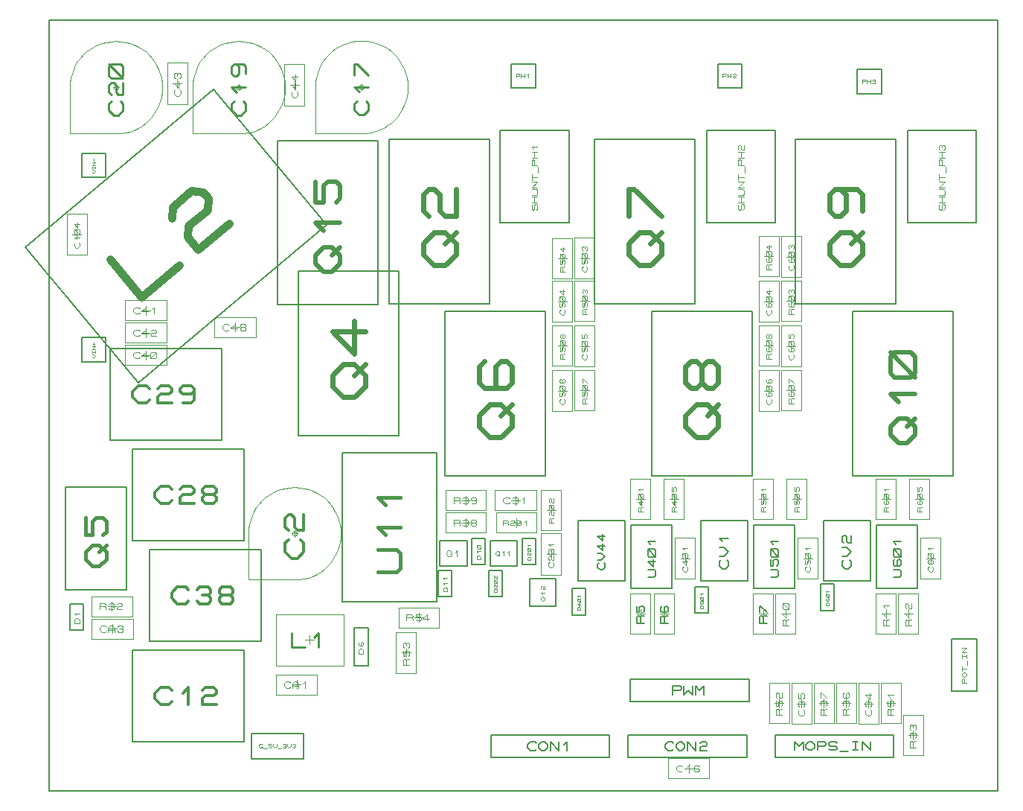
<source format=gbr>
G04 PROTEUS GERBER X2 FILE*
%TF.GenerationSoftware,Labcenter,Proteus,8.7-SP3-Build25561*%
%TF.CreationDate,2021-07-01T20:15:02+00:00*%
%TF.FileFunction,AssemblyDrawing,Top*%
%TF.FilePolarity,Positive*%
%TF.Part,Single*%
%TF.SameCoordinates,{0ff4b75a-929f-468c-805a-ac40d57636d7}*%
%FSLAX45Y45*%
%MOMM*%
G01*
%TA.AperFunction,Profile*%
%ADD39C,0.203200*%
%TA.AperFunction,Material*%
%ADD43C,0.203200*%
%ADD109C,0.105410*%
%ADD110C,0.068580*%
%ADD111C,0.317500*%
%ADD112C,0.389040*%
%ADD113C,0.090090*%
%ADD114C,0.050000*%
%ADD115C,0.116250*%
%ADD116C,0.422590*%
%ADD117C,0.258330*%
%ADD118C,0.096190*%
%ADD119C,0.118750*%
%ADD120C,0.054860*%
%ADD121C,0.093000*%
%ADD122C,0.144780*%
%ADD123C,0.137160*%
%ADD124C,0.171450*%
%ADD125C,0.059690*%
%ADD126C,0.095000*%
%ADD127C,0.141000*%
%ADD128C,0.103290*%
%ADD129C,0.077470*%
%ADD130C,0.074610*%
%ADD47C,0.152400*%
%ADD131C,0.086530*%
%ADD132C,0.160020*%
%ADD133C,0.931330*%
%ADD134C,0.263750*%
%ADD135C,0.067300*%
%ADD136C,0.351660*%
%ADD137C,0.622300*%
%ADD138C,0.466720*%
%TD.AperFunction*%
D39*
X-1079500Y-6413500D02*
X+9715500Y-6413500D01*
X+9715500Y+2349500D01*
X-1079500Y+2349500D01*
X-1079500Y-6413500D01*
D43*
X+6403340Y+44450D02*
X+7185660Y+44450D01*
X+7185660Y+1098550D01*
X+6403340Y+1098550D01*
X+6403340Y+44450D01*
D109*
X+6815582Y+192024D02*
X+6826123Y+202565D01*
X+6826123Y+244729D01*
X+6815582Y+255270D01*
X+6805041Y+255270D01*
X+6794500Y+244729D01*
X+6794500Y+202565D01*
X+6783959Y+192024D01*
X+6773418Y+192024D01*
X+6762877Y+202565D01*
X+6762877Y+244729D01*
X+6773418Y+255270D01*
X+6826123Y+276352D02*
X+6762877Y+276352D01*
X+6762877Y+339598D02*
X+6826123Y+339598D01*
X+6794500Y+276352D02*
X+6794500Y+339598D01*
X+6762877Y+360680D02*
X+6815582Y+360680D01*
X+6826123Y+371221D01*
X+6826123Y+413385D01*
X+6815582Y+423926D01*
X+6762877Y+423926D01*
X+6826123Y+445008D02*
X+6762877Y+445008D01*
X+6826123Y+508254D01*
X+6762877Y+508254D01*
X+6762877Y+529336D02*
X+6762877Y+592582D01*
X+6762877Y+560959D02*
X+6826123Y+560959D01*
X+6836664Y+613664D02*
X+6836664Y+676910D01*
X+6826123Y+697992D02*
X+6762877Y+697992D01*
X+6762877Y+750697D01*
X+6773418Y+761238D01*
X+6783959Y+761238D01*
X+6794500Y+750697D01*
X+6794500Y+697992D01*
X+6826123Y+782320D02*
X+6762877Y+782320D01*
X+6762877Y+845566D02*
X+6826123Y+845566D01*
X+6794500Y+782320D02*
X+6794500Y+845566D01*
X+6773418Y+877189D02*
X+6762877Y+887730D01*
X+6762877Y+919353D01*
X+6773418Y+929894D01*
X+6783959Y+929894D01*
X+6794500Y+919353D01*
X+6794500Y+887730D01*
X+6805041Y+877189D01*
X+6826123Y+877189D01*
X+6826123Y+929894D01*
D43*
X+8689340Y+44450D02*
X+9471660Y+44450D01*
X+9471660Y+1098550D01*
X+8689340Y+1098550D01*
X+8689340Y+44450D01*
D109*
X+9101582Y+192024D02*
X+9112123Y+202565D01*
X+9112123Y+244729D01*
X+9101582Y+255270D01*
X+9091041Y+255270D01*
X+9080500Y+244729D01*
X+9080500Y+202565D01*
X+9069959Y+192024D01*
X+9059418Y+192024D01*
X+9048877Y+202565D01*
X+9048877Y+244729D01*
X+9059418Y+255270D01*
X+9112123Y+276352D02*
X+9048877Y+276352D01*
X+9048877Y+339598D02*
X+9112123Y+339598D01*
X+9080500Y+276352D02*
X+9080500Y+339598D01*
X+9048877Y+360680D02*
X+9101582Y+360680D01*
X+9112123Y+371221D01*
X+9112123Y+413385D01*
X+9101582Y+423926D01*
X+9048877Y+423926D01*
X+9112123Y+445008D02*
X+9048877Y+445008D01*
X+9112123Y+508254D01*
X+9048877Y+508254D01*
X+9048877Y+529336D02*
X+9048877Y+592582D01*
X+9048877Y+560959D02*
X+9112123Y+560959D01*
X+9122664Y+613664D02*
X+9122664Y+676910D01*
X+9112123Y+697992D02*
X+9048877Y+697992D01*
X+9048877Y+750697D01*
X+9059418Y+761238D01*
X+9069959Y+761238D01*
X+9080500Y+750697D01*
X+9080500Y+697992D01*
X+9112123Y+782320D02*
X+9048877Y+782320D01*
X+9048877Y+845566D02*
X+9112123Y+845566D01*
X+9080500Y+782320D02*
X+9080500Y+845566D01*
X+9059418Y+877189D02*
X+9048877Y+887730D01*
X+9048877Y+919353D01*
X+9059418Y+929894D01*
X+9069959Y+929894D01*
X+9080500Y+919353D01*
X+9091041Y+929894D01*
X+9101582Y+929894D01*
X+9112123Y+919353D01*
X+9112123Y+887730D01*
X+9101582Y+877189D01*
X+9080500Y+898271D02*
X+9080500Y+919353D01*
D43*
X+4053840Y+44450D02*
X+4836160Y+44450D01*
X+4836160Y+1098550D01*
X+4053840Y+1098550D01*
X+4053840Y+44450D01*
D109*
X+4466082Y+192024D02*
X+4476623Y+202565D01*
X+4476623Y+244729D01*
X+4466082Y+255270D01*
X+4455541Y+255270D01*
X+4445000Y+244729D01*
X+4445000Y+202565D01*
X+4434459Y+192024D01*
X+4423918Y+192024D01*
X+4413377Y+202565D01*
X+4413377Y+244729D01*
X+4423918Y+255270D01*
X+4476623Y+276352D02*
X+4413377Y+276352D01*
X+4413377Y+339598D02*
X+4476623Y+339598D01*
X+4445000Y+276352D02*
X+4445000Y+339598D01*
X+4413377Y+360680D02*
X+4466082Y+360680D01*
X+4476623Y+371221D01*
X+4476623Y+413385D01*
X+4466082Y+423926D01*
X+4413377Y+423926D01*
X+4476623Y+445008D02*
X+4413377Y+445008D01*
X+4476623Y+508254D01*
X+4413377Y+508254D01*
X+4413377Y+529336D02*
X+4413377Y+592582D01*
X+4413377Y+560959D02*
X+4476623Y+560959D01*
X+4487164Y+613664D02*
X+4487164Y+676910D01*
X+4476623Y+697992D02*
X+4413377Y+697992D01*
X+4413377Y+750697D01*
X+4423918Y+761238D01*
X+4434459Y+761238D01*
X+4445000Y+750697D01*
X+4445000Y+697992D01*
X+4476623Y+782320D02*
X+4413377Y+782320D01*
X+4413377Y+845566D02*
X+4476623Y+845566D01*
X+4445000Y+782320D02*
X+4445000Y+845566D01*
X+4434459Y+887730D02*
X+4413377Y+908812D01*
X+4476623Y+908812D01*
D43*
X+4180840Y+1577340D02*
X+4455160Y+1577340D01*
X+4455160Y+1851660D01*
X+4180840Y+1851660D01*
X+4180840Y+1577340D01*
D110*
X+4235704Y+1693926D02*
X+4235704Y+1735074D01*
X+4269994Y+1735074D01*
X+4276852Y+1728216D01*
X+4276852Y+1721358D01*
X+4269994Y+1714500D01*
X+4235704Y+1714500D01*
X+4290568Y+1693926D02*
X+4290568Y+1735074D01*
X+4331716Y+1735074D02*
X+4331716Y+1693926D01*
X+4290568Y+1714500D02*
X+4331716Y+1714500D01*
X+4359148Y+1721358D02*
X+4372864Y+1735074D01*
X+4372864Y+1693926D01*
D43*
X+6530340Y+1577340D02*
X+6804660Y+1577340D01*
X+6804660Y+1851660D01*
X+6530340Y+1851660D01*
X+6530340Y+1577340D01*
D110*
X+6585204Y+1693926D02*
X+6585204Y+1735074D01*
X+6619494Y+1735074D01*
X+6626352Y+1728216D01*
X+6626352Y+1721358D01*
X+6619494Y+1714500D01*
X+6585204Y+1714500D01*
X+6640068Y+1693926D02*
X+6640068Y+1735074D01*
X+6681216Y+1735074D02*
X+6681216Y+1693926D01*
X+6640068Y+1714500D02*
X+6681216Y+1714500D01*
X+6701790Y+1728216D02*
X+6708648Y+1735074D01*
X+6729222Y+1735074D01*
X+6736080Y+1728216D01*
X+6736080Y+1721358D01*
X+6729222Y+1714500D01*
X+6708648Y+1714500D01*
X+6701790Y+1707642D01*
X+6701790Y+1693926D01*
X+6736080Y+1693926D01*
D43*
X+8117840Y+1513840D02*
X+8392160Y+1513840D01*
X+8392160Y+1788160D01*
X+8117840Y+1788160D01*
X+8117840Y+1513840D01*
D110*
X+8172704Y+1630426D02*
X+8172704Y+1671574D01*
X+8206994Y+1671574D01*
X+8213852Y+1664716D01*
X+8213852Y+1657858D01*
X+8206994Y+1651000D01*
X+8172704Y+1651000D01*
X+8227568Y+1630426D02*
X+8227568Y+1671574D01*
X+8268716Y+1671574D02*
X+8268716Y+1630426D01*
X+8227568Y+1651000D02*
X+8268716Y+1651000D01*
X+8289290Y+1664716D02*
X+8296148Y+1671574D01*
X+8316722Y+1671574D01*
X+8323580Y+1664716D01*
X+8323580Y+1657858D01*
X+8316722Y+1651000D01*
X+8323580Y+1644142D01*
X+8323580Y+1637284D01*
X+8316722Y+1630426D01*
X+8296148Y+1630426D01*
X+8289290Y+1637284D01*
X+8303006Y+1651000D02*
X+8316722Y+1651000D01*
D43*
X-127000Y-3566160D02*
X+1143000Y-3566160D01*
X+1143000Y-2529840D01*
X-127000Y-2529840D01*
X-127000Y-3566160D01*
D111*
X+317500Y-3111500D02*
X+285750Y-3143250D01*
X+190500Y-3143250D01*
X+127000Y-3079750D01*
X+127000Y-3016250D01*
X+190500Y-2952750D01*
X+285750Y-2952750D01*
X+317500Y-2984500D01*
X+412750Y-2984500D02*
X+444500Y-2952750D01*
X+539750Y-2952750D01*
X+571500Y-2984500D01*
X+571500Y-3016250D01*
X+539750Y-3048000D01*
X+444500Y-3048000D01*
X+412750Y-3079750D01*
X+412750Y-3143250D01*
X+571500Y-3143250D01*
X+698500Y-3048000D02*
X+666750Y-3016250D01*
X+666750Y-2984500D01*
X+698500Y-2952750D01*
X+793750Y-2952750D01*
X+825500Y-2984500D01*
X+825500Y-3016250D01*
X+793750Y-3048000D01*
X+698500Y-3048000D01*
X+666750Y-3079750D01*
X+666750Y-3111500D01*
X+698500Y-3143250D01*
X+793750Y-3143250D01*
X+825500Y-3111500D01*
X+825500Y-3079750D01*
X+793750Y-3048000D01*
D43*
X-381000Y-2423160D02*
X+889000Y-2423160D01*
X+889000Y-1386840D01*
X-381000Y-1386840D01*
X-381000Y-2423160D01*
D111*
X+63500Y-1968500D02*
X+31750Y-2000250D01*
X-63500Y-2000250D01*
X-127000Y-1936750D01*
X-127000Y-1873250D01*
X-63500Y-1809750D01*
X+31750Y-1809750D01*
X+63500Y-1841500D01*
X+158750Y-1841500D02*
X+190500Y-1809750D01*
X+285750Y-1809750D01*
X+317500Y-1841500D01*
X+317500Y-1873250D01*
X+285750Y-1905000D01*
X+190500Y-1905000D01*
X+158750Y-1936750D01*
X+158750Y-2000250D01*
X+317500Y-2000250D01*
X+571500Y-1873250D02*
X+539750Y-1905000D01*
X+444500Y-1905000D01*
X+412750Y-1873250D01*
X+412750Y-1841500D01*
X+444500Y-1809750D01*
X+539750Y-1809750D01*
X+571500Y-1841500D01*
X+571500Y-1968500D01*
X+539750Y-2000250D01*
X+444500Y-2000250D01*
D43*
X-895350Y-4127500D02*
X-196850Y-4127500D01*
X-196850Y-2960370D01*
X-895350Y-2960370D01*
X-895350Y-4127500D01*
D112*
X-585004Y-3855169D02*
X-662813Y-3777361D01*
X-662813Y-3699552D01*
X-585004Y-3621744D01*
X-507196Y-3621744D01*
X-429387Y-3699552D01*
X-429387Y-3777361D01*
X-507196Y-3855169D01*
X-585004Y-3855169D01*
X-507196Y-3699552D02*
X-429387Y-3621744D01*
X-662813Y-3310510D02*
X-662813Y-3505031D01*
X-585004Y-3505031D01*
X-585004Y-3349414D01*
X-546100Y-3310510D01*
X-468291Y-3310510D01*
X-429387Y-3349414D01*
X-429387Y-3466127D01*
X-468291Y-3505031D01*
D43*
X-837080Y-4584750D02*
X-686920Y-4584750D01*
X-686920Y-4286300D01*
X-837080Y-4286300D01*
X-837080Y-4584750D01*
D113*
X-734971Y-4507601D02*
X-789028Y-4507601D01*
X-789028Y-4471563D01*
X-771009Y-4453544D01*
X-752990Y-4453544D01*
X-734971Y-4471563D01*
X-734971Y-4507601D01*
X-771009Y-4417506D02*
X-789028Y-4399487D01*
X-734971Y-4399487D01*
D114*
X-593000Y-4433000D02*
X-133000Y-4433000D01*
X-133000Y-4203000D01*
X-593000Y-4203000D01*
X-593000Y-4433000D01*
X-363000Y-4268000D02*
X-363000Y-4368000D01*
X-313000Y-4318000D02*
X-413000Y-4318000D01*
D115*
X-502500Y-4352875D02*
X-502500Y-4283125D01*
X-444375Y-4283125D01*
X-432750Y-4294750D01*
X-432750Y-4306375D01*
X-444375Y-4318000D01*
X-502500Y-4318000D01*
X-444375Y-4318000D02*
X-432750Y-4329625D01*
X-432750Y-4352875D01*
X-397875Y-4294750D02*
X-386250Y-4283125D01*
X-351375Y-4283125D01*
X-339750Y-4294750D01*
X-339750Y-4306375D01*
X-351375Y-4318000D01*
X-339750Y-4329625D01*
X-339750Y-4341250D01*
X-351375Y-4352875D01*
X-386250Y-4352875D01*
X-397875Y-4341250D01*
X-374625Y-4318000D02*
X-351375Y-4318000D01*
X-304875Y-4294750D02*
X-293250Y-4283125D01*
X-258375Y-4283125D01*
X-246750Y-4294750D01*
X-246750Y-4306375D01*
X-258375Y-4318000D01*
X-293250Y-4318000D01*
X-304875Y-4329625D01*
X-304875Y-4352875D01*
X-246750Y-4352875D01*
D43*
X+63500Y-4709160D02*
X+1333500Y-4709160D01*
X+1333500Y-3672840D01*
X+63500Y-3672840D01*
X+63500Y-4709160D01*
D111*
X+508000Y-4254500D02*
X+476250Y-4286250D01*
X+381000Y-4286250D01*
X+317500Y-4222750D01*
X+317500Y-4159250D01*
X+381000Y-4095750D01*
X+476250Y-4095750D01*
X+508000Y-4127500D01*
X+603250Y-4127500D02*
X+635000Y-4095750D01*
X+730250Y-4095750D01*
X+762000Y-4127500D01*
X+762000Y-4159250D01*
X+730250Y-4191000D01*
X+762000Y-4222750D01*
X+762000Y-4254500D01*
X+730250Y-4286250D01*
X+635000Y-4286250D01*
X+603250Y-4254500D01*
X+666750Y-4191000D02*
X+730250Y-4191000D01*
X+889000Y-4191000D02*
X+857250Y-4159250D01*
X+857250Y-4127500D01*
X+889000Y-4095750D01*
X+984250Y-4095750D01*
X+1016000Y-4127500D01*
X+1016000Y-4159250D01*
X+984250Y-4191000D01*
X+889000Y-4191000D01*
X+857250Y-4222750D01*
X+857250Y-4254500D01*
X+889000Y-4286250D01*
X+984250Y-4286250D01*
X+1016000Y-4254500D01*
X+1016000Y-4222750D01*
X+984250Y-4191000D01*
D43*
X+2256790Y-4260850D02*
X+3331210Y-4260850D01*
X+3331210Y-2570480D01*
X+2256790Y-2570480D01*
X+2256790Y-4260850D01*
D116*
X+2667223Y-3922774D02*
X+2878519Y-3922774D01*
X+2920778Y-3880515D01*
X+2920778Y-3711479D01*
X+2878519Y-3669220D01*
X+2667223Y-3669220D01*
X+2751741Y-3500183D02*
X+2667223Y-3415665D01*
X+2920778Y-3415665D01*
X+2751741Y-3162110D02*
X+2667223Y-3077592D01*
X+2920778Y-3077592D01*
D114*
X+2272500Y-4409000D02*
X+1502500Y-4409000D01*
X+1502500Y-4989000D01*
X+2272500Y-4989000D01*
X+2272500Y-4409000D01*
X+1887500Y-4749000D02*
X+1887500Y-4649000D01*
X+1837500Y-4699000D02*
X+1937500Y-4699000D01*
D117*
X+1680834Y-4621500D02*
X+1680834Y-4776500D01*
X+1835833Y-4776500D01*
X+1939166Y-4673167D02*
X+1990833Y-4621500D01*
X+1990833Y-4776500D01*
D43*
X+2389677Y-4990787D02*
X+2549997Y-4990787D01*
X+2549997Y-4561887D01*
X+2389677Y-4561887D01*
X+2389677Y-4990787D01*
D118*
X+2498695Y-4853290D02*
X+2440980Y-4853290D01*
X+2440980Y-4814814D01*
X+2460218Y-4795576D01*
X+2479457Y-4795576D01*
X+2498695Y-4814814D01*
X+2498695Y-4853290D01*
X+2450599Y-4718623D02*
X+2440980Y-4728242D01*
X+2440980Y-4757099D01*
X+2450599Y-4766718D01*
X+2489076Y-4766718D01*
X+2498695Y-4757099D01*
X+2498695Y-4728242D01*
X+2489076Y-4718623D01*
X+2479457Y-4718623D01*
X+2469837Y-4728242D01*
X+2469837Y-4766718D01*
D114*
X-593000Y-4687000D02*
X-123000Y-4687000D01*
X-123000Y-4457000D01*
X-593000Y-4457000D01*
X-593000Y-4687000D01*
X-358000Y-4522000D02*
X-358000Y-4622000D01*
X-308000Y-4572000D02*
X-408000Y-4572000D01*
D119*
X-429250Y-4595750D02*
X-441125Y-4607625D01*
X-476750Y-4607625D01*
X-500500Y-4583875D01*
X-500500Y-4560125D01*
X-476750Y-4536375D01*
X-441125Y-4536375D01*
X-429250Y-4548250D01*
X-405500Y-4607625D02*
X-405500Y-4560125D01*
X-381750Y-4536375D01*
X-358000Y-4536375D01*
X-334250Y-4560125D01*
X-334250Y-4607625D01*
X-405500Y-4583875D02*
X-334250Y-4583875D01*
X-298625Y-4548250D02*
X-286750Y-4536375D01*
X-251125Y-4536375D01*
X-239250Y-4548250D01*
X-239250Y-4560125D01*
X-251125Y-4572000D01*
X-239250Y-4583875D01*
X-239250Y-4595750D01*
X-251125Y-4607625D01*
X-286750Y-4607625D01*
X-298625Y-4595750D01*
X-274875Y-4572000D02*
X-251125Y-4572000D01*
D114*
X+2869500Y-4614000D02*
X+2869500Y-5074000D01*
X+3099500Y-5074000D01*
X+3099500Y-4614000D01*
X+2869500Y-4614000D01*
X+3034500Y-4844000D02*
X+2934500Y-4844000D01*
X+2984500Y-4894000D02*
X+2984500Y-4794000D01*
D115*
X+3019375Y-4983500D02*
X+2949625Y-4983500D01*
X+2949625Y-4925375D01*
X+2961250Y-4913750D01*
X+2972875Y-4913750D01*
X+2984500Y-4925375D01*
X+2984500Y-4983500D01*
X+2984500Y-4925375D02*
X+2996125Y-4913750D01*
X+3019375Y-4913750D01*
X+2949625Y-4820750D02*
X+2949625Y-4878875D01*
X+2972875Y-4878875D01*
X+2972875Y-4832375D01*
X+2984500Y-4820750D01*
X+3007750Y-4820750D01*
X+3019375Y-4832375D01*
X+3019375Y-4867250D01*
X+3007750Y-4878875D01*
X+2961250Y-4785875D02*
X+2949625Y-4774250D01*
X+2949625Y-4739375D01*
X+2961250Y-4727750D01*
X+2972875Y-4727750D01*
X+2984500Y-4739375D01*
X+2996125Y-4727750D01*
X+3007750Y-4727750D01*
X+3019375Y-4739375D01*
X+3019375Y-4774250D01*
X+3007750Y-4785875D01*
X+2984500Y-4762625D02*
X+2984500Y-4739375D01*
D114*
X+3359500Y-4330000D02*
X+2899500Y-4330000D01*
X+2899500Y-4560000D01*
X+3359500Y-4560000D01*
X+3359500Y-4330000D01*
X+3129500Y-4495000D02*
X+3129500Y-4395000D01*
X+3079500Y-4445000D02*
X+3179500Y-4445000D01*
D115*
X+2990000Y-4479875D02*
X+2990000Y-4410125D01*
X+3048125Y-4410125D01*
X+3059750Y-4421750D01*
X+3059750Y-4433375D01*
X+3048125Y-4445000D01*
X+2990000Y-4445000D01*
X+3048125Y-4445000D02*
X+3059750Y-4456625D01*
X+3059750Y-4479875D01*
X+3152750Y-4410125D02*
X+3094625Y-4410125D01*
X+3094625Y-4433375D01*
X+3141125Y-4433375D01*
X+3152750Y-4445000D01*
X+3152750Y-4468250D01*
X+3141125Y-4479875D01*
X+3106250Y-4479875D01*
X+3094625Y-4468250D01*
X+3245750Y-4456625D02*
X+3176000Y-4456625D01*
X+3222500Y-4410125D01*
X+3222500Y-4479875D01*
D114*
X+258000Y-1345500D02*
X-212000Y-1345500D01*
X-212000Y-1575500D01*
X+258000Y-1575500D01*
X+258000Y-1345500D01*
X+23000Y-1510500D02*
X+23000Y-1410500D01*
X-27000Y-1460500D02*
X+73000Y-1460500D01*
D119*
X-48250Y-1484250D02*
X-60125Y-1496125D01*
X-95750Y-1496125D01*
X-119500Y-1472375D01*
X-119500Y-1448625D01*
X-95750Y-1424875D01*
X-60125Y-1424875D01*
X-48250Y-1436750D01*
X+46750Y-1472375D02*
X-24500Y-1472375D01*
X+23000Y-1424875D01*
X+23000Y-1496125D01*
X+70500Y-1484250D02*
X+70500Y-1436750D01*
X+82375Y-1424875D01*
X+129875Y-1424875D01*
X+141750Y-1436750D01*
X+141750Y-1484250D01*
X+129875Y-1496125D01*
X+82375Y-1496125D01*
X+70500Y-1484250D01*
X+70500Y-1496125D02*
X+141750Y-1424875D01*
D114*
X+258000Y-837500D02*
X-212000Y-837500D01*
X-212000Y-1067500D01*
X+258000Y-1067500D01*
X+258000Y-837500D01*
X+23000Y-1002500D02*
X+23000Y-902500D01*
X-27000Y-952500D02*
X+73000Y-952500D01*
D119*
X-48250Y-976250D02*
X-60125Y-988125D01*
X-95750Y-988125D01*
X-119500Y-964375D01*
X-119500Y-940625D01*
X-95750Y-916875D01*
X-60125Y-916875D01*
X-48250Y-928750D01*
X+46750Y-964375D02*
X-24500Y-964375D01*
X+23000Y-916875D01*
X+23000Y-988125D01*
X+94250Y-940625D02*
X+118000Y-916875D01*
X+118000Y-988125D01*
D114*
X+258000Y-1091500D02*
X-212000Y-1091500D01*
X-212000Y-1321500D01*
X+258000Y-1321500D01*
X+258000Y-1091500D01*
X+23000Y-1256500D02*
X+23000Y-1156500D01*
X-27000Y-1206500D02*
X+73000Y-1206500D01*
D119*
X-48250Y-1230250D02*
X-60125Y-1242125D01*
X-95750Y-1242125D01*
X-119500Y-1218375D01*
X-119500Y-1194625D01*
X-95750Y-1170875D01*
X-60125Y-1170875D01*
X-48250Y-1182750D01*
X+46750Y-1218375D02*
X-24500Y-1218375D01*
X+23000Y-1170875D01*
X+23000Y-1242125D01*
X+82375Y-1182750D02*
X+94250Y-1170875D01*
X+129875Y-1170875D01*
X+141750Y-1182750D01*
X+141750Y-1194625D01*
X+129875Y-1206500D01*
X+94250Y-1206500D01*
X+82375Y-1218375D01*
X+82375Y-1242125D01*
X+141750Y-1242125D01*
D114*
X+266000Y+1863000D02*
X+266000Y+1393000D01*
X+496000Y+1393000D01*
X+496000Y+1863000D01*
X+266000Y+1863000D01*
X+431000Y+1628000D02*
X+331000Y+1628000D01*
X+381000Y+1578000D02*
X+381000Y+1678000D01*
D119*
X+404750Y+1556750D02*
X+416625Y+1544875D01*
X+416625Y+1509250D01*
X+392875Y+1485500D01*
X+369125Y+1485500D01*
X+345375Y+1509250D01*
X+345375Y+1544875D01*
X+357250Y+1556750D01*
X+392875Y+1651750D02*
X+392875Y+1580500D01*
X+345375Y+1628000D01*
X+416625Y+1628000D01*
X+357250Y+1687375D02*
X+345375Y+1699250D01*
X+345375Y+1734875D01*
X+357250Y+1746750D01*
X+369125Y+1746750D01*
X+381000Y+1734875D01*
X+392875Y+1746750D01*
X+404750Y+1746750D01*
X+416625Y+1734875D01*
X+416625Y+1699250D01*
X+404750Y+1687375D01*
X+381000Y+1711125D02*
X+381000Y+1734875D01*
D114*
X+1599500Y+1845500D02*
X+1599500Y+1375500D01*
X+1829500Y+1375500D01*
X+1829500Y+1845500D01*
X+1599500Y+1845500D01*
X+1764500Y+1610500D02*
X+1664500Y+1610500D01*
X+1714500Y+1560500D02*
X+1714500Y+1660500D01*
D119*
X+1738250Y+1539250D02*
X+1750125Y+1527375D01*
X+1750125Y+1491750D01*
X+1726375Y+1468000D01*
X+1702625Y+1468000D01*
X+1678875Y+1491750D01*
X+1678875Y+1527375D01*
X+1690750Y+1539250D01*
X+1726375Y+1634250D02*
X+1726375Y+1563000D01*
X+1678875Y+1610500D01*
X+1750125Y+1610500D01*
X+1726375Y+1729250D02*
X+1726375Y+1658000D01*
X+1678875Y+1705500D01*
X+1750125Y+1705500D01*
D114*
X+804000Y-1258000D02*
X+1274000Y-1258000D01*
X+1274000Y-1028000D01*
X+804000Y-1028000D01*
X+804000Y-1258000D01*
X+1039000Y-1093000D02*
X+1039000Y-1193000D01*
X+1089000Y-1143000D02*
X+989000Y-1143000D01*
D119*
X+967750Y-1166750D02*
X+955875Y-1178625D01*
X+920250Y-1178625D01*
X+896500Y-1154875D01*
X+896500Y-1131125D01*
X+920250Y-1107375D01*
X+955875Y-1107375D01*
X+967750Y-1119250D01*
X+1062750Y-1154875D02*
X+991500Y-1154875D01*
X+1039000Y-1107375D01*
X+1039000Y-1178625D01*
X+1110250Y-1143000D02*
X+1098375Y-1131125D01*
X+1098375Y-1119250D01*
X+1110250Y-1107375D01*
X+1145875Y-1107375D01*
X+1157750Y-1119250D01*
X+1157750Y-1131125D01*
X+1145875Y-1143000D01*
X+1110250Y-1143000D01*
X+1098375Y-1154875D01*
X+1098375Y-1166750D01*
X+1110250Y-1178625D01*
X+1145875Y-1178625D01*
X+1157750Y-1166750D01*
X+1157750Y-1154875D01*
X+1145875Y-1143000D01*
D43*
X-708660Y+561340D02*
X-434340Y+561340D01*
X-434340Y+835660D01*
X-708660Y+835660D01*
X-708660Y+561340D01*
D120*
X-587959Y+610718D02*
X-571500Y+610718D01*
X-555040Y+627177D01*
X-571500Y+643636D01*
X-587959Y+643636D01*
X-587959Y+660095D02*
X-587959Y+682040D01*
X-587959Y+671068D02*
X-555040Y+671068D01*
X-555040Y+660095D02*
X-555040Y+682040D01*
X-555040Y+698500D02*
X-587959Y+698500D01*
X-555040Y+731418D01*
X-587959Y+731418D01*
X-571500Y+747877D02*
X-571500Y+775309D01*
D43*
X-708660Y-1534160D02*
X-434340Y-1534160D01*
X-434340Y-1259840D01*
X-708660Y-1259840D01*
X-708660Y-1534160D01*
D120*
X-587959Y-1484782D02*
X-571500Y-1484782D01*
X-555040Y-1468323D01*
X-571500Y-1451864D01*
X-587959Y-1451864D01*
X-587959Y-1435405D02*
X-587959Y-1413460D01*
X-587959Y-1424432D02*
X-555040Y-1424432D01*
X-555040Y-1435405D02*
X-555040Y-1413460D01*
X-555040Y-1397000D02*
X-587959Y-1397000D01*
X-555040Y-1364082D01*
X-587959Y-1364082D01*
X-571500Y-1353109D02*
X-571500Y-1320191D01*
X-582472Y-1336650D02*
X-560527Y-1336650D01*
D114*
X+1972500Y-5092000D02*
X+1502500Y-5092000D01*
X+1502500Y-5322000D01*
X+1972500Y-5322000D01*
X+1972500Y-5092000D01*
X+1737500Y-5257000D02*
X+1737500Y-5157000D01*
X+1687500Y-5207000D02*
X+1787500Y-5207000D01*
D119*
X+1666250Y-5230750D02*
X+1654375Y-5242625D01*
X+1618750Y-5242625D01*
X+1595000Y-5218875D01*
X+1595000Y-5195125D01*
X+1618750Y-5171375D01*
X+1654375Y-5171375D01*
X+1666250Y-5183250D01*
X+1690000Y-5242625D02*
X+1690000Y-5195125D01*
X+1713750Y-5171375D01*
X+1737500Y-5171375D01*
X+1761250Y-5195125D01*
X+1761250Y-5242625D01*
X+1690000Y-5218875D02*
X+1761250Y-5218875D01*
X+1808750Y-5195125D02*
X+1832500Y-5171375D01*
X+1832500Y-5242625D01*
D114*
X+5917500Y-2863500D02*
X+5917500Y-3323500D01*
X+6147500Y-3323500D01*
X+6147500Y-2863500D01*
X+5917500Y-2863500D01*
X+6082500Y-3093500D02*
X+5982500Y-3093500D01*
X+6032500Y-3143500D02*
X+6032500Y-3043500D01*
D121*
X+6060400Y-3242300D02*
X+6004600Y-3242300D01*
X+6004600Y-3195800D01*
X+6013900Y-3186500D01*
X+6023200Y-3186500D01*
X+6032500Y-3195800D01*
X+6032500Y-3242300D01*
X+6032500Y-3195800D02*
X+6041800Y-3186500D01*
X+6060400Y-3186500D01*
X+6041800Y-3112100D02*
X+6041800Y-3167900D01*
X+6004600Y-3130700D01*
X+6060400Y-3130700D01*
X+6051100Y-3093500D02*
X+6013900Y-3093500D01*
X+6004600Y-3084200D01*
X+6004600Y-3047000D01*
X+6013900Y-3037700D01*
X+6051100Y-3037700D01*
X+6060400Y-3047000D01*
X+6060400Y-3084200D01*
X+6051100Y-3093500D01*
X+6060400Y-3093500D02*
X+6004600Y-3037700D01*
X+6004600Y-2963300D02*
X+6004600Y-3009800D01*
X+6023200Y-3009800D01*
X+6023200Y-2972600D01*
X+6032500Y-2963300D01*
X+6051100Y-2963300D01*
X+6060400Y-2972600D01*
X+6060400Y-3000500D01*
X+6051100Y-3009800D01*
D114*
X+5536500Y-2863500D02*
X+5536500Y-3323500D01*
X+5766500Y-3323500D01*
X+5766500Y-2863500D01*
X+5536500Y-2863500D01*
X+5701500Y-3093500D02*
X+5601500Y-3093500D01*
X+5651500Y-3143500D02*
X+5651500Y-3043500D01*
D121*
X+5679400Y-3242300D02*
X+5623600Y-3242300D01*
X+5623600Y-3195800D01*
X+5632900Y-3186500D01*
X+5642200Y-3186500D01*
X+5651500Y-3195800D01*
X+5651500Y-3242300D01*
X+5651500Y-3195800D02*
X+5660800Y-3186500D01*
X+5679400Y-3186500D01*
X+5660800Y-3112100D02*
X+5660800Y-3167900D01*
X+5623600Y-3130700D01*
X+5679400Y-3130700D01*
X+5670100Y-3093500D02*
X+5632900Y-3093500D01*
X+5623600Y-3084200D01*
X+5623600Y-3047000D01*
X+5632900Y-3037700D01*
X+5670100Y-3037700D01*
X+5679400Y-3047000D01*
X+5679400Y-3084200D01*
X+5670100Y-3093500D01*
X+5679400Y-3093500D02*
X+5623600Y-3037700D01*
X+5642200Y-3000500D02*
X+5623600Y-2981900D01*
X+5679400Y-2981900D01*
D43*
X+5544820Y-4114800D02*
X+6012180Y-4114800D01*
X+6012180Y-3390900D01*
X+5544820Y-3390900D01*
X+5544820Y-4114800D01*
D122*
X+5735066Y-3984498D02*
X+5807456Y-3984498D01*
X+5821934Y-3970020D01*
X+5821934Y-3912108D01*
X+5807456Y-3897630D01*
X+5735066Y-3897630D01*
X+5792978Y-3781806D02*
X+5792978Y-3868674D01*
X+5735066Y-3810762D01*
X+5821934Y-3810762D01*
X+5807456Y-3752850D02*
X+5749544Y-3752850D01*
X+5735066Y-3738372D01*
X+5735066Y-3680460D01*
X+5749544Y-3665982D01*
X+5807456Y-3665982D01*
X+5821934Y-3680460D01*
X+5821934Y-3738372D01*
X+5807456Y-3752850D01*
X+5821934Y-3752850D02*
X+5735066Y-3665982D01*
X+5764022Y-3608070D02*
X+5735066Y-3579114D01*
X+5821934Y-3579114D01*
D43*
X+6941820Y-4114800D02*
X+7409180Y-4114800D01*
X+7409180Y-3390900D01*
X+6941820Y-3390900D01*
X+6941820Y-4114800D01*
D122*
X+7132066Y-3984498D02*
X+7204456Y-3984498D01*
X+7218934Y-3970020D01*
X+7218934Y-3912108D01*
X+7204456Y-3897630D01*
X+7132066Y-3897630D01*
X+7132066Y-3781806D02*
X+7132066Y-3854196D01*
X+7161022Y-3854196D01*
X+7161022Y-3796284D01*
X+7175500Y-3781806D01*
X+7204456Y-3781806D01*
X+7218934Y-3796284D01*
X+7218934Y-3839718D01*
X+7204456Y-3854196D01*
X+7204456Y-3752850D02*
X+7146544Y-3752850D01*
X+7132066Y-3738372D01*
X+7132066Y-3680460D01*
X+7146544Y-3665982D01*
X+7204456Y-3665982D01*
X+7218934Y-3680460D01*
X+7218934Y-3738372D01*
X+7204456Y-3752850D01*
X+7218934Y-3752850D02*
X+7132066Y-3665982D01*
X+7161022Y-3608070D02*
X+7132066Y-3579114D01*
X+7218934Y-3579114D01*
D43*
X+8338820Y-4114800D02*
X+8806180Y-4114800D01*
X+8806180Y-3390900D01*
X+8338820Y-3390900D01*
X+8338820Y-4114800D01*
D122*
X+8529066Y-3984498D02*
X+8601456Y-3984498D01*
X+8615934Y-3970020D01*
X+8615934Y-3912108D01*
X+8601456Y-3897630D01*
X+8529066Y-3897630D01*
X+8543544Y-3781806D02*
X+8529066Y-3796284D01*
X+8529066Y-3839718D01*
X+8543544Y-3854196D01*
X+8601456Y-3854196D01*
X+8615934Y-3839718D01*
X+8615934Y-3796284D01*
X+8601456Y-3781806D01*
X+8586978Y-3781806D01*
X+8572500Y-3796284D01*
X+8572500Y-3854196D01*
X+8601456Y-3752850D02*
X+8543544Y-3752850D01*
X+8529066Y-3738372D01*
X+8529066Y-3680460D01*
X+8543544Y-3665982D01*
X+8601456Y-3665982D01*
X+8615934Y-3680460D01*
X+8615934Y-3738372D01*
X+8601456Y-3752850D01*
X+8615934Y-3752850D02*
X+8529066Y-3665982D01*
X+8558022Y-3608070D02*
X+8529066Y-3579114D01*
X+8615934Y-3579114D01*
D114*
X+6933500Y-2863500D02*
X+6933500Y-3323500D01*
X+7163500Y-3323500D01*
X+7163500Y-2863500D01*
X+6933500Y-2863500D01*
X+7098500Y-3093500D02*
X+6998500Y-3093500D01*
X+7048500Y-3143500D02*
X+7048500Y-3043500D01*
D121*
X+7076400Y-3242300D02*
X+7020600Y-3242300D01*
X+7020600Y-3195800D01*
X+7029900Y-3186500D01*
X+7039200Y-3186500D01*
X+7048500Y-3195800D01*
X+7048500Y-3242300D01*
X+7048500Y-3195800D02*
X+7057800Y-3186500D01*
X+7076400Y-3186500D01*
X+7020600Y-3112100D02*
X+7020600Y-3158600D01*
X+7039200Y-3158600D01*
X+7039200Y-3121400D01*
X+7048500Y-3112100D01*
X+7067100Y-3112100D01*
X+7076400Y-3121400D01*
X+7076400Y-3149300D01*
X+7067100Y-3158600D01*
X+7067100Y-3093500D02*
X+7029900Y-3093500D01*
X+7020600Y-3084200D01*
X+7020600Y-3047000D01*
X+7029900Y-3037700D01*
X+7067100Y-3037700D01*
X+7076400Y-3047000D01*
X+7076400Y-3084200D01*
X+7067100Y-3093500D01*
X+7076400Y-3093500D02*
X+7020600Y-3037700D01*
X+7039200Y-3000500D02*
X+7020600Y-2981900D01*
X+7076400Y-2981900D01*
D43*
X+4942840Y-4025900D02*
X+5471160Y-4025900D01*
X+5471160Y-3340100D01*
X+4942840Y-3340100D01*
X+4942840Y-4025900D01*
D123*
X+5234432Y-3820160D02*
X+5248148Y-3833876D01*
X+5248148Y-3875024D01*
X+5220716Y-3902456D01*
X+5193284Y-3902456D01*
X+5165852Y-3875024D01*
X+5165852Y-3833876D01*
X+5179568Y-3820160D01*
X+5165852Y-3792728D02*
X+5207000Y-3792728D01*
X+5248148Y-3751580D01*
X+5207000Y-3710432D01*
X+5165852Y-3710432D01*
X+5220716Y-3600704D02*
X+5220716Y-3683000D01*
X+5165852Y-3628136D01*
X+5248148Y-3628136D01*
X+5220716Y-3490976D02*
X+5220716Y-3573272D01*
X+5165852Y-3518408D01*
X+5248148Y-3518408D01*
D43*
X+6339840Y-4025900D02*
X+6868160Y-4025900D01*
X+6868160Y-3340100D01*
X+6339840Y-3340100D01*
X+6339840Y-4025900D01*
D124*
X+6638290Y-3785870D02*
X+6655435Y-3803015D01*
X+6655435Y-3854450D01*
X+6621145Y-3888740D01*
X+6586855Y-3888740D01*
X+6552565Y-3854450D01*
X+6552565Y-3803015D01*
X+6569710Y-3785870D01*
X+6552565Y-3751580D02*
X+6604000Y-3751580D01*
X+6655435Y-3700145D01*
X+6604000Y-3648710D01*
X+6552565Y-3648710D01*
X+6586855Y-3580130D02*
X+6552565Y-3545840D01*
X+6655435Y-3545840D01*
D43*
X+7736840Y-4025900D02*
X+8265160Y-4025900D01*
X+8265160Y-3340100D01*
X+7736840Y-3340100D01*
X+7736840Y-4025900D01*
D124*
X+8035290Y-3785870D02*
X+8052435Y-3803015D01*
X+8052435Y-3854450D01*
X+8018145Y-3888740D01*
X+7983855Y-3888740D01*
X+7949565Y-3854450D01*
X+7949565Y-3803015D01*
X+7966710Y-3785870D01*
X+7949565Y-3751580D02*
X+8001000Y-3751580D01*
X+8052435Y-3700145D01*
X+8001000Y-3648710D01*
X+7949565Y-3648710D01*
X+7966710Y-3597275D02*
X+7949565Y-3580130D01*
X+7949565Y-3528695D01*
X+7966710Y-3511550D01*
X+7983855Y-3511550D01*
X+8001000Y-3528695D01*
X+8001000Y-3580130D01*
X+8018145Y-3597275D01*
X+8052435Y-3597275D01*
X+8052435Y-3511550D01*
D43*
X+4877920Y-4413250D02*
X+5028080Y-4413250D01*
X+5028080Y-4114800D01*
X+4877920Y-4114800D01*
X+4877920Y-4413250D01*
D125*
X+4970907Y-4359529D02*
X+4935093Y-4359529D01*
X+4935093Y-4335653D01*
X+4947031Y-4323715D01*
X+4958969Y-4323715D01*
X+4970907Y-4335653D01*
X+4970907Y-4359529D01*
X+4958969Y-4275963D02*
X+4958969Y-4311777D01*
X+4935093Y-4287901D01*
X+4970907Y-4287901D01*
X+4964938Y-4264025D02*
X+4941062Y-4264025D01*
X+4935093Y-4258056D01*
X+4935093Y-4234180D01*
X+4941062Y-4228211D01*
X+4964938Y-4228211D01*
X+4970907Y-4234180D01*
X+4970907Y-4258056D01*
X+4964938Y-4264025D01*
X+4970907Y-4264025D02*
X+4935093Y-4228211D01*
X+4947031Y-4204335D02*
X+4935093Y-4192397D01*
X+4970907Y-4192397D01*
D43*
X+6274920Y-4394200D02*
X+6425080Y-4394200D01*
X+6425080Y-4095750D01*
X+6274920Y-4095750D01*
X+6274920Y-4394200D01*
D125*
X+6367907Y-4340479D02*
X+6332093Y-4340479D01*
X+6332093Y-4316603D01*
X+6344031Y-4304665D01*
X+6355969Y-4304665D01*
X+6367907Y-4316603D01*
X+6367907Y-4340479D01*
X+6332093Y-4256913D02*
X+6332093Y-4286758D01*
X+6344031Y-4286758D01*
X+6344031Y-4262882D01*
X+6350000Y-4256913D01*
X+6361938Y-4256913D01*
X+6367907Y-4262882D01*
X+6367907Y-4280789D01*
X+6361938Y-4286758D01*
X+6361938Y-4244975D02*
X+6338062Y-4244975D01*
X+6332093Y-4239006D01*
X+6332093Y-4215130D01*
X+6338062Y-4209161D01*
X+6361938Y-4209161D01*
X+6367907Y-4215130D01*
X+6367907Y-4239006D01*
X+6361938Y-4244975D01*
X+6367907Y-4244975D02*
X+6332093Y-4209161D01*
X+6344031Y-4185285D02*
X+6332093Y-4173347D01*
X+6367907Y-4173347D01*
D43*
X+7703670Y-4362450D02*
X+7853830Y-4362450D01*
X+7853830Y-4064000D01*
X+7703670Y-4064000D01*
X+7703670Y-4362450D01*
D125*
X+7796657Y-4308729D02*
X+7760843Y-4308729D01*
X+7760843Y-4284853D01*
X+7772781Y-4272915D01*
X+7784719Y-4272915D01*
X+7796657Y-4284853D01*
X+7796657Y-4308729D01*
X+7766812Y-4225163D02*
X+7760843Y-4231132D01*
X+7760843Y-4249039D01*
X+7766812Y-4255008D01*
X+7790688Y-4255008D01*
X+7796657Y-4249039D01*
X+7796657Y-4231132D01*
X+7790688Y-4225163D01*
X+7784719Y-4225163D01*
X+7778750Y-4231132D01*
X+7778750Y-4255008D01*
X+7790688Y-4213225D02*
X+7766812Y-4213225D01*
X+7760843Y-4207256D01*
X+7760843Y-4183380D01*
X+7766812Y-4177411D01*
X+7790688Y-4177411D01*
X+7796657Y-4183380D01*
X+7796657Y-4207256D01*
X+7790688Y-4213225D01*
X+7796657Y-4213225D02*
X+7760843Y-4177411D01*
X+7772781Y-4153535D02*
X+7760843Y-4141597D01*
X+7796657Y-4141597D01*
D114*
X+6044500Y-3534500D02*
X+6044500Y-4004500D01*
X+6274500Y-4004500D01*
X+6274500Y-3534500D01*
X+6044500Y-3534500D01*
X+6209500Y-3769500D02*
X+6109500Y-3769500D01*
X+6159500Y-3819500D02*
X+6159500Y-3719500D01*
D126*
X+6178500Y-3864500D02*
X+6188000Y-3874000D01*
X+6188000Y-3902500D01*
X+6169000Y-3921500D01*
X+6150000Y-3921500D01*
X+6131000Y-3902500D01*
X+6131000Y-3874000D01*
X+6140500Y-3864500D01*
X+6169000Y-3788500D02*
X+6169000Y-3845500D01*
X+6131000Y-3807500D01*
X+6188000Y-3807500D01*
X+6178500Y-3769500D02*
X+6140500Y-3769500D01*
X+6131000Y-3760000D01*
X+6131000Y-3722000D01*
X+6140500Y-3712500D01*
X+6178500Y-3712500D01*
X+6188000Y-3722000D01*
X+6188000Y-3760000D01*
X+6178500Y-3769500D01*
X+6188000Y-3769500D02*
X+6131000Y-3712500D01*
X+6150000Y-3674500D02*
X+6131000Y-3655500D01*
X+6188000Y-3655500D01*
D114*
X+7441500Y-3534500D02*
X+7441500Y-4004500D01*
X+7671500Y-4004500D01*
X+7671500Y-3534500D01*
X+7441500Y-3534500D01*
X+7606500Y-3769500D02*
X+7506500Y-3769500D01*
X+7556500Y-3819500D02*
X+7556500Y-3719500D01*
D126*
X+7575500Y-3864500D02*
X+7585000Y-3874000D01*
X+7585000Y-3902500D01*
X+7566000Y-3921500D01*
X+7547000Y-3921500D01*
X+7528000Y-3902500D01*
X+7528000Y-3874000D01*
X+7537500Y-3864500D01*
X+7528000Y-3788500D02*
X+7528000Y-3836000D01*
X+7547000Y-3836000D01*
X+7547000Y-3798000D01*
X+7556500Y-3788500D01*
X+7575500Y-3788500D01*
X+7585000Y-3798000D01*
X+7585000Y-3826500D01*
X+7575500Y-3836000D01*
X+7575500Y-3769500D02*
X+7537500Y-3769500D01*
X+7528000Y-3760000D01*
X+7528000Y-3722000D01*
X+7537500Y-3712500D01*
X+7575500Y-3712500D01*
X+7585000Y-3722000D01*
X+7585000Y-3760000D01*
X+7575500Y-3769500D01*
X+7585000Y-3769500D02*
X+7528000Y-3712500D01*
X+7547000Y-3674500D02*
X+7528000Y-3655500D01*
X+7585000Y-3655500D01*
D114*
X+8838500Y-3534500D02*
X+8838500Y-4004500D01*
X+9068500Y-4004500D01*
X+9068500Y-3534500D01*
X+8838500Y-3534500D01*
X+9003500Y-3769500D02*
X+8903500Y-3769500D01*
X+8953500Y-3819500D02*
X+8953500Y-3719500D01*
D126*
X+8972500Y-3864500D02*
X+8982000Y-3874000D01*
X+8982000Y-3902500D01*
X+8963000Y-3921500D01*
X+8944000Y-3921500D01*
X+8925000Y-3902500D01*
X+8925000Y-3874000D01*
X+8934500Y-3864500D01*
X+8934500Y-3788500D02*
X+8925000Y-3798000D01*
X+8925000Y-3826500D01*
X+8934500Y-3836000D01*
X+8972500Y-3836000D01*
X+8982000Y-3826500D01*
X+8982000Y-3798000D01*
X+8972500Y-3788500D01*
X+8963000Y-3788500D01*
X+8953500Y-3798000D01*
X+8953500Y-3836000D01*
X+8972500Y-3769500D02*
X+8934500Y-3769500D01*
X+8925000Y-3760000D01*
X+8925000Y-3722000D01*
X+8934500Y-3712500D01*
X+8972500Y-3712500D01*
X+8982000Y-3722000D01*
X+8982000Y-3760000D01*
X+8972500Y-3769500D01*
X+8982000Y-3769500D02*
X+8925000Y-3712500D01*
X+8944000Y-3674500D02*
X+8925000Y-3655500D01*
X+8982000Y-3655500D01*
D114*
X+7314500Y-2863500D02*
X+7314500Y-3323500D01*
X+7544500Y-3323500D01*
X+7544500Y-2863500D01*
X+7314500Y-2863500D01*
X+7479500Y-3093500D02*
X+7379500Y-3093500D01*
X+7429500Y-3143500D02*
X+7429500Y-3043500D01*
D121*
X+7457400Y-3242300D02*
X+7401600Y-3242300D01*
X+7401600Y-3195800D01*
X+7410900Y-3186500D01*
X+7420200Y-3186500D01*
X+7429500Y-3195800D01*
X+7429500Y-3242300D01*
X+7429500Y-3195800D02*
X+7438800Y-3186500D01*
X+7457400Y-3186500D01*
X+7401600Y-3112100D02*
X+7401600Y-3158600D01*
X+7420200Y-3158600D01*
X+7420200Y-3121400D01*
X+7429500Y-3112100D01*
X+7448100Y-3112100D01*
X+7457400Y-3121400D01*
X+7457400Y-3149300D01*
X+7448100Y-3158600D01*
X+7448100Y-3093500D02*
X+7410900Y-3093500D01*
X+7401600Y-3084200D01*
X+7401600Y-3047000D01*
X+7410900Y-3037700D01*
X+7448100Y-3037700D01*
X+7457400Y-3047000D01*
X+7457400Y-3084200D01*
X+7448100Y-3093500D01*
X+7457400Y-3093500D02*
X+7401600Y-3037700D01*
X+7401600Y-2963300D02*
X+7401600Y-3009800D01*
X+7420200Y-3009800D01*
X+7420200Y-2972600D01*
X+7429500Y-2963300D01*
X+7448100Y-2963300D01*
X+7457400Y-2972600D01*
X+7457400Y-3000500D01*
X+7448100Y-3009800D01*
D114*
X+8330500Y-2863500D02*
X+8330500Y-3323500D01*
X+8560500Y-3323500D01*
X+8560500Y-2863500D01*
X+8330500Y-2863500D01*
X+8495500Y-3093500D02*
X+8395500Y-3093500D01*
X+8445500Y-3143500D02*
X+8445500Y-3043500D01*
D121*
X+8473400Y-3242300D02*
X+8417600Y-3242300D01*
X+8417600Y-3195800D01*
X+8426900Y-3186500D01*
X+8436200Y-3186500D01*
X+8445500Y-3195800D01*
X+8445500Y-3242300D01*
X+8445500Y-3195800D02*
X+8454800Y-3186500D01*
X+8473400Y-3186500D01*
X+8426900Y-3112100D02*
X+8417600Y-3121400D01*
X+8417600Y-3149300D01*
X+8426900Y-3158600D01*
X+8464100Y-3158600D01*
X+8473400Y-3149300D01*
X+8473400Y-3121400D01*
X+8464100Y-3112100D01*
X+8454800Y-3112100D01*
X+8445500Y-3121400D01*
X+8445500Y-3158600D01*
X+8464100Y-3093500D02*
X+8426900Y-3093500D01*
X+8417600Y-3084200D01*
X+8417600Y-3047000D01*
X+8426900Y-3037700D01*
X+8464100Y-3037700D01*
X+8473400Y-3047000D01*
X+8473400Y-3084200D01*
X+8464100Y-3093500D01*
X+8473400Y-3093500D02*
X+8417600Y-3037700D01*
X+8436200Y-3000500D02*
X+8417600Y-2981900D01*
X+8473400Y-2981900D01*
D114*
X+8711500Y-2863500D02*
X+8711500Y-3323500D01*
X+8941500Y-3323500D01*
X+8941500Y-2863500D01*
X+8711500Y-2863500D01*
X+8876500Y-3093500D02*
X+8776500Y-3093500D01*
X+8826500Y-3143500D02*
X+8826500Y-3043500D01*
D121*
X+8854400Y-3242300D02*
X+8798600Y-3242300D01*
X+8798600Y-3195800D01*
X+8807900Y-3186500D01*
X+8817200Y-3186500D01*
X+8826500Y-3195800D01*
X+8826500Y-3242300D01*
X+8826500Y-3195800D02*
X+8835800Y-3186500D01*
X+8854400Y-3186500D01*
X+8807900Y-3112100D02*
X+8798600Y-3121400D01*
X+8798600Y-3149300D01*
X+8807900Y-3158600D01*
X+8845100Y-3158600D01*
X+8854400Y-3149300D01*
X+8854400Y-3121400D01*
X+8845100Y-3112100D01*
X+8835800Y-3112100D01*
X+8826500Y-3121400D01*
X+8826500Y-3158600D01*
X+8845100Y-3093500D02*
X+8807900Y-3093500D01*
X+8798600Y-3084200D01*
X+8798600Y-3047000D01*
X+8807900Y-3037700D01*
X+8845100Y-3037700D01*
X+8854400Y-3047000D01*
X+8854400Y-3084200D01*
X+8845100Y-3093500D01*
X+8854400Y-3093500D02*
X+8798600Y-3037700D01*
X+8798600Y-2963300D02*
X+8798600Y-3009800D01*
X+8817200Y-3009800D01*
X+8817200Y-2972600D01*
X+8826500Y-2963300D01*
X+8845100Y-2963300D01*
X+8854400Y-2972600D01*
X+8854400Y-3000500D01*
X+8845100Y-3009800D01*
D114*
X+5766500Y-4629500D02*
X+5766500Y-4169500D01*
X+5536500Y-4169500D01*
X+5536500Y-4629500D01*
X+5766500Y-4629500D01*
X+5601500Y-4399500D02*
X+5701500Y-4399500D01*
X+5651500Y-4349500D02*
X+5651500Y-4449500D01*
D127*
X+5693800Y-4512300D02*
X+5609200Y-4512300D01*
X+5609200Y-4441800D01*
X+5623300Y-4427700D01*
X+5637400Y-4427700D01*
X+5651500Y-4441800D01*
X+5651500Y-4512300D01*
X+5651500Y-4441800D02*
X+5665600Y-4427700D01*
X+5693800Y-4427700D01*
X+5609200Y-4314900D02*
X+5609200Y-4385400D01*
X+5637400Y-4385400D01*
X+5637400Y-4329000D01*
X+5651500Y-4314900D01*
X+5679700Y-4314900D01*
X+5693800Y-4329000D01*
X+5693800Y-4371300D01*
X+5679700Y-4385400D01*
D114*
X+6038000Y-4629500D02*
X+6038000Y-4169500D01*
X+5808000Y-4169500D01*
X+5808000Y-4629500D01*
X+6038000Y-4629500D01*
X+5873000Y-4399500D02*
X+5973000Y-4399500D01*
X+5923000Y-4349500D02*
X+5923000Y-4449500D01*
D127*
X+5965300Y-4512300D02*
X+5880700Y-4512300D01*
X+5880700Y-4441800D01*
X+5894800Y-4427700D01*
X+5908900Y-4427700D01*
X+5923000Y-4441800D01*
X+5923000Y-4512300D01*
X+5923000Y-4441800D02*
X+5937100Y-4427700D01*
X+5965300Y-4427700D01*
X+5894800Y-4314900D02*
X+5880700Y-4329000D01*
X+5880700Y-4371300D01*
X+5894800Y-4385400D01*
X+5951200Y-4385400D01*
X+5965300Y-4371300D01*
X+5965300Y-4329000D01*
X+5951200Y-4314900D01*
X+5937100Y-4314900D01*
X+5923000Y-4329000D01*
X+5923000Y-4385400D01*
D114*
X+7163500Y-4629500D02*
X+7163500Y-4169500D01*
X+6933500Y-4169500D01*
X+6933500Y-4629500D01*
X+7163500Y-4629500D01*
X+6998500Y-4399500D02*
X+7098500Y-4399500D01*
X+7048500Y-4349500D02*
X+7048500Y-4449500D01*
D127*
X+7090800Y-4512300D02*
X+7006200Y-4512300D01*
X+7006200Y-4441800D01*
X+7020300Y-4427700D01*
X+7034400Y-4427700D01*
X+7048500Y-4441800D01*
X+7048500Y-4512300D01*
X+7048500Y-4441800D02*
X+7062600Y-4427700D01*
X+7090800Y-4427700D01*
X+7006200Y-4385400D02*
X+7006200Y-4314900D01*
X+7020300Y-4314900D01*
X+7090800Y-4385400D01*
D114*
X+4901500Y-613500D02*
X+4901500Y-1073500D01*
X+5131500Y-1073500D01*
X+5131500Y-613500D01*
X+4901500Y-613500D01*
X+5066500Y-843500D02*
X+4966500Y-843500D01*
X+5016500Y-893500D02*
X+5016500Y-793500D01*
D121*
X+5044400Y-992300D02*
X+4988600Y-992300D01*
X+4988600Y-945800D01*
X+4997900Y-936500D01*
X+5007200Y-936500D01*
X+5016500Y-945800D01*
X+5016500Y-992300D01*
X+5016500Y-945800D02*
X+5025800Y-936500D01*
X+5044400Y-936500D01*
X+4988600Y-862100D02*
X+4988600Y-908600D01*
X+5007200Y-908600D01*
X+5007200Y-871400D01*
X+5016500Y-862100D01*
X+5035100Y-862100D01*
X+5044400Y-871400D01*
X+5044400Y-899300D01*
X+5035100Y-908600D01*
X+5035100Y-843500D02*
X+4997900Y-843500D01*
X+4988600Y-834200D01*
X+4988600Y-797000D01*
X+4997900Y-787700D01*
X+5035100Y-787700D01*
X+5044400Y-797000D01*
X+5044400Y-834200D01*
X+5035100Y-843500D01*
X+5044400Y-843500D02*
X+4988600Y-787700D01*
X+4997900Y-759800D02*
X+4988600Y-750500D01*
X+4988600Y-722600D01*
X+4997900Y-713300D01*
X+5007200Y-713300D01*
X+5016500Y-722600D01*
X+5025800Y-713300D01*
X+5035100Y-713300D01*
X+5044400Y-722600D01*
X+5044400Y-750500D01*
X+5035100Y-759800D01*
X+5016500Y-741200D02*
X+5016500Y-722600D01*
D114*
X+4647500Y-133000D02*
X+4647500Y-593000D01*
X+4877500Y-593000D01*
X+4877500Y-133000D01*
X+4647500Y-133000D01*
X+4812500Y-363000D02*
X+4712500Y-363000D01*
X+4762500Y-413000D02*
X+4762500Y-313000D01*
D121*
X+4790400Y-511800D02*
X+4734600Y-511800D01*
X+4734600Y-465300D01*
X+4743900Y-456000D01*
X+4753200Y-456000D01*
X+4762500Y-465300D01*
X+4762500Y-511800D01*
X+4762500Y-465300D02*
X+4771800Y-456000D01*
X+4790400Y-456000D01*
X+4734600Y-381600D02*
X+4734600Y-428100D01*
X+4753200Y-428100D01*
X+4753200Y-390900D01*
X+4762500Y-381600D01*
X+4781100Y-381600D01*
X+4790400Y-390900D01*
X+4790400Y-418800D01*
X+4781100Y-428100D01*
X+4781100Y-363000D02*
X+4743900Y-363000D01*
X+4734600Y-353700D01*
X+4734600Y-316500D01*
X+4743900Y-307200D01*
X+4781100Y-307200D01*
X+4790400Y-316500D01*
X+4790400Y-353700D01*
X+4781100Y-363000D01*
X+4790400Y-363000D02*
X+4734600Y-307200D01*
X+4771800Y-232800D02*
X+4771800Y-288600D01*
X+4734600Y-251400D01*
X+4790400Y-251400D01*
D114*
X+4901500Y-1629500D02*
X+4901500Y-2089500D01*
X+5131500Y-2089500D01*
X+5131500Y-1629500D01*
X+4901500Y-1629500D01*
X+5066500Y-1859500D02*
X+4966500Y-1859500D01*
X+5016500Y-1909500D02*
X+5016500Y-1809500D01*
D121*
X+5044400Y-2008300D02*
X+4988600Y-2008300D01*
X+4988600Y-1961800D01*
X+4997900Y-1952500D01*
X+5007200Y-1952500D01*
X+5016500Y-1961800D01*
X+5016500Y-2008300D01*
X+5016500Y-1961800D02*
X+5025800Y-1952500D01*
X+5044400Y-1952500D01*
X+4988600Y-1878100D02*
X+4988600Y-1924600D01*
X+5007200Y-1924600D01*
X+5007200Y-1887400D01*
X+5016500Y-1878100D01*
X+5035100Y-1878100D01*
X+5044400Y-1887400D01*
X+5044400Y-1915300D01*
X+5035100Y-1924600D01*
X+5035100Y-1859500D02*
X+4997900Y-1859500D01*
X+4988600Y-1850200D01*
X+4988600Y-1813000D01*
X+4997900Y-1803700D01*
X+5035100Y-1803700D01*
X+5044400Y-1813000D01*
X+5044400Y-1850200D01*
X+5035100Y-1859500D01*
X+5044400Y-1859500D02*
X+4988600Y-1803700D01*
X+4988600Y-1775800D02*
X+4988600Y-1729300D01*
X+4997900Y-1729300D01*
X+5044400Y-1775800D01*
D114*
X+4647500Y-1121500D02*
X+4647500Y-1581500D01*
X+4877500Y-1581500D01*
X+4877500Y-1121500D01*
X+4647500Y-1121500D01*
X+4812500Y-1351500D02*
X+4712500Y-1351500D01*
X+4762500Y-1401500D02*
X+4762500Y-1301500D01*
D121*
X+4790400Y-1500300D02*
X+4734600Y-1500300D01*
X+4734600Y-1453800D01*
X+4743900Y-1444500D01*
X+4753200Y-1444500D01*
X+4762500Y-1453800D01*
X+4762500Y-1500300D01*
X+4762500Y-1453800D02*
X+4771800Y-1444500D01*
X+4790400Y-1444500D01*
X+4734600Y-1370100D02*
X+4734600Y-1416600D01*
X+4753200Y-1416600D01*
X+4753200Y-1379400D01*
X+4762500Y-1370100D01*
X+4781100Y-1370100D01*
X+4790400Y-1379400D01*
X+4790400Y-1407300D01*
X+4781100Y-1416600D01*
X+4781100Y-1351500D02*
X+4743900Y-1351500D01*
X+4734600Y-1342200D01*
X+4734600Y-1305000D01*
X+4743900Y-1295700D01*
X+4781100Y-1295700D01*
X+4790400Y-1305000D01*
X+4790400Y-1342200D01*
X+4781100Y-1351500D01*
X+4790400Y-1351500D02*
X+4734600Y-1295700D01*
X+4762500Y-1258500D02*
X+4753200Y-1267800D01*
X+4743900Y-1267800D01*
X+4734600Y-1258500D01*
X+4734600Y-1230600D01*
X+4743900Y-1221300D01*
X+4753200Y-1221300D01*
X+4762500Y-1230600D01*
X+4762500Y-1258500D01*
X+4771800Y-1267800D01*
X+4781100Y-1267800D01*
X+4790400Y-1258500D01*
X+4790400Y-1230600D01*
X+4781100Y-1221300D01*
X+4771800Y-1221300D01*
X+4762500Y-1230600D01*
D114*
X+4901500Y-123000D02*
X+4901500Y-593000D01*
X+5131500Y-593000D01*
X+5131500Y-123000D01*
X+4901500Y-123000D01*
X+5066500Y-358000D02*
X+4966500Y-358000D01*
X+5016500Y-408000D02*
X+5016500Y-308000D01*
D126*
X+5035500Y-453000D02*
X+5045000Y-462500D01*
X+5045000Y-491000D01*
X+5026000Y-510000D01*
X+5007000Y-510000D01*
X+4988000Y-491000D01*
X+4988000Y-462500D01*
X+4997500Y-453000D01*
X+4988000Y-377000D02*
X+4988000Y-424500D01*
X+5007000Y-424500D01*
X+5007000Y-386500D01*
X+5016500Y-377000D01*
X+5035500Y-377000D01*
X+5045000Y-386500D01*
X+5045000Y-415000D01*
X+5035500Y-424500D01*
X+5035500Y-358000D02*
X+4997500Y-358000D01*
X+4988000Y-348500D01*
X+4988000Y-310500D01*
X+4997500Y-301000D01*
X+5035500Y-301000D01*
X+5045000Y-310500D01*
X+5045000Y-348500D01*
X+5035500Y-358000D01*
X+5045000Y-358000D02*
X+4988000Y-301000D01*
X+4997500Y-272500D02*
X+4988000Y-263000D01*
X+4988000Y-234500D01*
X+4997500Y-225000D01*
X+5007000Y-225000D01*
X+5016500Y-234500D01*
X+5026000Y-225000D01*
X+5035500Y-225000D01*
X+5045000Y-234500D01*
X+5045000Y-263000D01*
X+5035500Y-272500D01*
X+5016500Y-253500D02*
X+5016500Y-234500D01*
D114*
X+4647500Y-613500D02*
X+4647500Y-1083500D01*
X+4877500Y-1083500D01*
X+4877500Y-613500D01*
X+4647500Y-613500D01*
X+4812500Y-848500D02*
X+4712500Y-848500D01*
X+4762500Y-898500D02*
X+4762500Y-798500D01*
D126*
X+4781500Y-943500D02*
X+4791000Y-953000D01*
X+4791000Y-981500D01*
X+4772000Y-1000500D01*
X+4753000Y-1000500D01*
X+4734000Y-981500D01*
X+4734000Y-953000D01*
X+4743500Y-943500D01*
X+4734000Y-867500D02*
X+4734000Y-915000D01*
X+4753000Y-915000D01*
X+4753000Y-877000D01*
X+4762500Y-867500D01*
X+4781500Y-867500D01*
X+4791000Y-877000D01*
X+4791000Y-905500D01*
X+4781500Y-915000D01*
X+4781500Y-848500D02*
X+4743500Y-848500D01*
X+4734000Y-839000D01*
X+4734000Y-801000D01*
X+4743500Y-791500D01*
X+4781500Y-791500D01*
X+4791000Y-801000D01*
X+4791000Y-839000D01*
X+4781500Y-848500D01*
X+4791000Y-848500D02*
X+4734000Y-791500D01*
X+4772000Y-715500D02*
X+4772000Y-772500D01*
X+4734000Y-734500D01*
X+4791000Y-734500D01*
D114*
X+4901500Y-1121500D02*
X+4901500Y-1591500D01*
X+5131500Y-1591500D01*
X+5131500Y-1121500D01*
X+4901500Y-1121500D01*
X+5066500Y-1356500D02*
X+4966500Y-1356500D01*
X+5016500Y-1406500D02*
X+5016500Y-1306500D01*
D126*
X+5035500Y-1451500D02*
X+5045000Y-1461000D01*
X+5045000Y-1489500D01*
X+5026000Y-1508500D01*
X+5007000Y-1508500D01*
X+4988000Y-1489500D01*
X+4988000Y-1461000D01*
X+4997500Y-1451500D01*
X+4988000Y-1375500D02*
X+4988000Y-1423000D01*
X+5007000Y-1423000D01*
X+5007000Y-1385000D01*
X+5016500Y-1375500D01*
X+5035500Y-1375500D01*
X+5045000Y-1385000D01*
X+5045000Y-1413500D01*
X+5035500Y-1423000D01*
X+5035500Y-1356500D02*
X+4997500Y-1356500D01*
X+4988000Y-1347000D01*
X+4988000Y-1309000D01*
X+4997500Y-1299500D01*
X+5035500Y-1299500D01*
X+5045000Y-1309000D01*
X+5045000Y-1347000D01*
X+5035500Y-1356500D01*
X+5045000Y-1356500D02*
X+4988000Y-1299500D01*
X+4988000Y-1223500D02*
X+4988000Y-1271000D01*
X+5007000Y-1271000D01*
X+5007000Y-1233000D01*
X+5016500Y-1223500D01*
X+5035500Y-1223500D01*
X+5045000Y-1233000D01*
X+5045000Y-1261500D01*
X+5035500Y-1271000D01*
D114*
X+4647500Y-1629500D02*
X+4647500Y-2099500D01*
X+4877500Y-2099500D01*
X+4877500Y-1629500D01*
X+4647500Y-1629500D01*
X+4812500Y-1864500D02*
X+4712500Y-1864500D01*
X+4762500Y-1914500D02*
X+4762500Y-1814500D01*
D126*
X+4781500Y-1959500D02*
X+4791000Y-1969000D01*
X+4791000Y-1997500D01*
X+4772000Y-2016500D01*
X+4753000Y-2016500D01*
X+4734000Y-1997500D01*
X+4734000Y-1969000D01*
X+4743500Y-1959500D01*
X+4734000Y-1883500D02*
X+4734000Y-1931000D01*
X+4753000Y-1931000D01*
X+4753000Y-1893000D01*
X+4762500Y-1883500D01*
X+4781500Y-1883500D01*
X+4791000Y-1893000D01*
X+4791000Y-1921500D01*
X+4781500Y-1931000D01*
X+4781500Y-1864500D02*
X+4743500Y-1864500D01*
X+4734000Y-1855000D01*
X+4734000Y-1817000D01*
X+4743500Y-1807500D01*
X+4781500Y-1807500D01*
X+4791000Y-1817000D01*
X+4791000Y-1855000D01*
X+4781500Y-1864500D01*
X+4791000Y-1864500D02*
X+4734000Y-1807500D01*
X+4743500Y-1731500D02*
X+4734000Y-1741000D01*
X+4734000Y-1769500D01*
X+4743500Y-1779000D01*
X+4781500Y-1779000D01*
X+4791000Y-1769500D01*
X+4791000Y-1741000D01*
X+4781500Y-1731500D01*
X+4772000Y-1731500D01*
X+4762500Y-1741000D01*
X+4762500Y-1779000D01*
D114*
X+7251000Y-105500D02*
X+7251000Y-575500D01*
X+7481000Y-575500D01*
X+7481000Y-105500D01*
X+7251000Y-105500D01*
X+7416000Y-340500D02*
X+7316000Y-340500D01*
X+7366000Y-390500D02*
X+7366000Y-290500D01*
D126*
X+7385000Y-435500D02*
X+7394500Y-445000D01*
X+7394500Y-473500D01*
X+7375500Y-492500D01*
X+7356500Y-492500D01*
X+7337500Y-473500D01*
X+7337500Y-445000D01*
X+7347000Y-435500D01*
X+7347000Y-359500D02*
X+7337500Y-369000D01*
X+7337500Y-397500D01*
X+7347000Y-407000D01*
X+7385000Y-407000D01*
X+7394500Y-397500D01*
X+7394500Y-369000D01*
X+7385000Y-359500D01*
X+7375500Y-359500D01*
X+7366000Y-369000D01*
X+7366000Y-407000D01*
X+7385000Y-340500D02*
X+7347000Y-340500D01*
X+7337500Y-331000D01*
X+7337500Y-293000D01*
X+7347000Y-283500D01*
X+7385000Y-283500D01*
X+7394500Y-293000D01*
X+7394500Y-331000D01*
X+7385000Y-340500D01*
X+7394500Y-340500D02*
X+7337500Y-283500D01*
X+7347000Y-255000D02*
X+7337500Y-245500D01*
X+7337500Y-217000D01*
X+7347000Y-207500D01*
X+7356500Y-207500D01*
X+7366000Y-217000D01*
X+7375500Y-207500D01*
X+7385000Y-207500D01*
X+7394500Y-217000D01*
X+7394500Y-245500D01*
X+7385000Y-255000D01*
X+7366000Y-236000D02*
X+7366000Y-217000D01*
D114*
X+6997000Y-613500D02*
X+6997000Y-1083500D01*
X+7227000Y-1083500D01*
X+7227000Y-613500D01*
X+6997000Y-613500D01*
X+7162000Y-848500D02*
X+7062000Y-848500D01*
X+7112000Y-898500D02*
X+7112000Y-798500D01*
D126*
X+7131000Y-943500D02*
X+7140500Y-953000D01*
X+7140500Y-981500D01*
X+7121500Y-1000500D01*
X+7102500Y-1000500D01*
X+7083500Y-981500D01*
X+7083500Y-953000D01*
X+7093000Y-943500D01*
X+7093000Y-867500D02*
X+7083500Y-877000D01*
X+7083500Y-905500D01*
X+7093000Y-915000D01*
X+7131000Y-915000D01*
X+7140500Y-905500D01*
X+7140500Y-877000D01*
X+7131000Y-867500D01*
X+7121500Y-867500D01*
X+7112000Y-877000D01*
X+7112000Y-915000D01*
X+7131000Y-848500D02*
X+7093000Y-848500D01*
X+7083500Y-839000D01*
X+7083500Y-801000D01*
X+7093000Y-791500D01*
X+7131000Y-791500D01*
X+7140500Y-801000D01*
X+7140500Y-839000D01*
X+7131000Y-848500D01*
X+7140500Y-848500D02*
X+7083500Y-791500D01*
X+7121500Y-715500D02*
X+7121500Y-772500D01*
X+7083500Y-734500D01*
X+7140500Y-734500D01*
D114*
X+7251000Y-1121500D02*
X+7251000Y-1591500D01*
X+7481000Y-1591500D01*
X+7481000Y-1121500D01*
X+7251000Y-1121500D01*
X+7416000Y-1356500D02*
X+7316000Y-1356500D01*
X+7366000Y-1406500D02*
X+7366000Y-1306500D01*
D126*
X+7385000Y-1451500D02*
X+7394500Y-1461000D01*
X+7394500Y-1489500D01*
X+7375500Y-1508500D01*
X+7356500Y-1508500D01*
X+7337500Y-1489500D01*
X+7337500Y-1461000D01*
X+7347000Y-1451500D01*
X+7347000Y-1375500D02*
X+7337500Y-1385000D01*
X+7337500Y-1413500D01*
X+7347000Y-1423000D01*
X+7385000Y-1423000D01*
X+7394500Y-1413500D01*
X+7394500Y-1385000D01*
X+7385000Y-1375500D01*
X+7375500Y-1375500D01*
X+7366000Y-1385000D01*
X+7366000Y-1423000D01*
X+7385000Y-1356500D02*
X+7347000Y-1356500D01*
X+7337500Y-1347000D01*
X+7337500Y-1309000D01*
X+7347000Y-1299500D01*
X+7385000Y-1299500D01*
X+7394500Y-1309000D01*
X+7394500Y-1347000D01*
X+7385000Y-1356500D01*
X+7394500Y-1356500D02*
X+7337500Y-1299500D01*
X+7337500Y-1223500D02*
X+7337500Y-1271000D01*
X+7356500Y-1271000D01*
X+7356500Y-1233000D01*
X+7366000Y-1223500D01*
X+7385000Y-1223500D01*
X+7394500Y-1233000D01*
X+7394500Y-1261500D01*
X+7385000Y-1271000D01*
D114*
X+6997000Y-1629500D02*
X+6997000Y-2099500D01*
X+7227000Y-2099500D01*
X+7227000Y-1629500D01*
X+6997000Y-1629500D01*
X+7162000Y-1864500D02*
X+7062000Y-1864500D01*
X+7112000Y-1914500D02*
X+7112000Y-1814500D01*
D126*
X+7131000Y-1959500D02*
X+7140500Y-1969000D01*
X+7140500Y-1997500D01*
X+7121500Y-2016500D01*
X+7102500Y-2016500D01*
X+7083500Y-1997500D01*
X+7083500Y-1969000D01*
X+7093000Y-1959500D01*
X+7093000Y-1883500D02*
X+7083500Y-1893000D01*
X+7083500Y-1921500D01*
X+7093000Y-1931000D01*
X+7131000Y-1931000D01*
X+7140500Y-1921500D01*
X+7140500Y-1893000D01*
X+7131000Y-1883500D01*
X+7121500Y-1883500D01*
X+7112000Y-1893000D01*
X+7112000Y-1931000D01*
X+7131000Y-1864500D02*
X+7093000Y-1864500D01*
X+7083500Y-1855000D01*
X+7083500Y-1817000D01*
X+7093000Y-1807500D01*
X+7131000Y-1807500D01*
X+7140500Y-1817000D01*
X+7140500Y-1855000D01*
X+7131000Y-1864500D01*
X+7140500Y-1864500D02*
X+7083500Y-1807500D01*
X+7093000Y-1731500D02*
X+7083500Y-1741000D01*
X+7083500Y-1769500D01*
X+7093000Y-1779000D01*
X+7131000Y-1779000D01*
X+7140500Y-1769500D01*
X+7140500Y-1741000D01*
X+7131000Y-1731500D01*
X+7121500Y-1731500D01*
X+7112000Y-1741000D01*
X+7112000Y-1779000D01*
D114*
X+7251000Y-613500D02*
X+7251000Y-1073500D01*
X+7481000Y-1073500D01*
X+7481000Y-613500D01*
X+7251000Y-613500D01*
X+7416000Y-843500D02*
X+7316000Y-843500D01*
X+7366000Y-893500D02*
X+7366000Y-793500D01*
D121*
X+7393900Y-992300D02*
X+7338100Y-992300D01*
X+7338100Y-945800D01*
X+7347400Y-936500D01*
X+7356700Y-936500D01*
X+7366000Y-945800D01*
X+7366000Y-992300D01*
X+7366000Y-945800D02*
X+7375300Y-936500D01*
X+7393900Y-936500D01*
X+7347400Y-862100D02*
X+7338100Y-871400D01*
X+7338100Y-899300D01*
X+7347400Y-908600D01*
X+7384600Y-908600D01*
X+7393900Y-899300D01*
X+7393900Y-871400D01*
X+7384600Y-862100D01*
X+7375300Y-862100D01*
X+7366000Y-871400D01*
X+7366000Y-908600D01*
X+7384600Y-843500D02*
X+7347400Y-843500D01*
X+7338100Y-834200D01*
X+7338100Y-797000D01*
X+7347400Y-787700D01*
X+7384600Y-787700D01*
X+7393900Y-797000D01*
X+7393900Y-834200D01*
X+7384600Y-843500D01*
X+7393900Y-843500D02*
X+7338100Y-787700D01*
X+7347400Y-759800D02*
X+7338100Y-750500D01*
X+7338100Y-722600D01*
X+7347400Y-713300D01*
X+7356700Y-713300D01*
X+7366000Y-722600D01*
X+7375300Y-713300D01*
X+7384600Y-713300D01*
X+7393900Y-722600D01*
X+7393900Y-750500D01*
X+7384600Y-759800D01*
X+7366000Y-741200D02*
X+7366000Y-722600D01*
D114*
X+6997000Y-105500D02*
X+6997000Y-565500D01*
X+7227000Y-565500D01*
X+7227000Y-105500D01*
X+6997000Y-105500D01*
X+7162000Y-335500D02*
X+7062000Y-335500D01*
X+7112000Y-385500D02*
X+7112000Y-285500D01*
D121*
X+7139900Y-484300D02*
X+7084100Y-484300D01*
X+7084100Y-437800D01*
X+7093400Y-428500D01*
X+7102700Y-428500D01*
X+7112000Y-437800D01*
X+7112000Y-484300D01*
X+7112000Y-437800D02*
X+7121300Y-428500D01*
X+7139900Y-428500D01*
X+7093400Y-354100D02*
X+7084100Y-363400D01*
X+7084100Y-391300D01*
X+7093400Y-400600D01*
X+7130600Y-400600D01*
X+7139900Y-391300D01*
X+7139900Y-363400D01*
X+7130600Y-354100D01*
X+7121300Y-354100D01*
X+7112000Y-363400D01*
X+7112000Y-400600D01*
X+7130600Y-335500D02*
X+7093400Y-335500D01*
X+7084100Y-326200D01*
X+7084100Y-289000D01*
X+7093400Y-279700D01*
X+7130600Y-279700D01*
X+7139900Y-289000D01*
X+7139900Y-326200D01*
X+7130600Y-335500D01*
X+7139900Y-335500D02*
X+7084100Y-279700D01*
X+7121300Y-205300D02*
X+7121300Y-261100D01*
X+7084100Y-223900D01*
X+7139900Y-223900D01*
D114*
X+7251000Y-1629500D02*
X+7251000Y-2089500D01*
X+7481000Y-2089500D01*
X+7481000Y-1629500D01*
X+7251000Y-1629500D01*
X+7416000Y-1859500D02*
X+7316000Y-1859500D01*
X+7366000Y-1909500D02*
X+7366000Y-1809500D01*
D121*
X+7393900Y-2008300D02*
X+7338100Y-2008300D01*
X+7338100Y-1961800D01*
X+7347400Y-1952500D01*
X+7356700Y-1952500D01*
X+7366000Y-1961800D01*
X+7366000Y-2008300D01*
X+7366000Y-1961800D02*
X+7375300Y-1952500D01*
X+7393900Y-1952500D01*
X+7347400Y-1878100D02*
X+7338100Y-1887400D01*
X+7338100Y-1915300D01*
X+7347400Y-1924600D01*
X+7384600Y-1924600D01*
X+7393900Y-1915300D01*
X+7393900Y-1887400D01*
X+7384600Y-1878100D01*
X+7375300Y-1878100D01*
X+7366000Y-1887400D01*
X+7366000Y-1924600D01*
X+7384600Y-1859500D02*
X+7347400Y-1859500D01*
X+7338100Y-1850200D01*
X+7338100Y-1813000D01*
X+7347400Y-1803700D01*
X+7384600Y-1803700D01*
X+7393900Y-1813000D01*
X+7393900Y-1850200D01*
X+7384600Y-1859500D01*
X+7393900Y-1859500D02*
X+7338100Y-1803700D01*
X+7338100Y-1775800D02*
X+7338100Y-1729300D01*
X+7347400Y-1729300D01*
X+7393900Y-1775800D01*
D114*
X+6997000Y-1121500D02*
X+6997000Y-1581500D01*
X+7227000Y-1581500D01*
X+7227000Y-1121500D01*
X+6997000Y-1121500D01*
X+7162000Y-1351500D02*
X+7062000Y-1351500D01*
X+7112000Y-1401500D02*
X+7112000Y-1301500D01*
D121*
X+7139900Y-1500300D02*
X+7084100Y-1500300D01*
X+7084100Y-1453800D01*
X+7093400Y-1444500D01*
X+7102700Y-1444500D01*
X+7112000Y-1453800D01*
X+7112000Y-1500300D01*
X+7112000Y-1453800D02*
X+7121300Y-1444500D01*
X+7139900Y-1444500D01*
X+7093400Y-1370100D02*
X+7084100Y-1379400D01*
X+7084100Y-1407300D01*
X+7093400Y-1416600D01*
X+7130600Y-1416600D01*
X+7139900Y-1407300D01*
X+7139900Y-1379400D01*
X+7130600Y-1370100D01*
X+7121300Y-1370100D01*
X+7112000Y-1379400D01*
X+7112000Y-1416600D01*
X+7130600Y-1351500D02*
X+7093400Y-1351500D01*
X+7084100Y-1342200D01*
X+7084100Y-1305000D01*
X+7093400Y-1295700D01*
X+7130600Y-1295700D01*
X+7139900Y-1305000D01*
X+7139900Y-1342200D01*
X+7130600Y-1351500D01*
X+7139900Y-1351500D02*
X+7084100Y-1295700D01*
X+7112000Y-1258500D02*
X+7102700Y-1267800D01*
X+7093400Y-1267800D01*
X+7084100Y-1258500D01*
X+7084100Y-1230600D01*
X+7093400Y-1221300D01*
X+7102700Y-1221300D01*
X+7112000Y-1230600D01*
X+7112000Y-1258500D01*
X+7121300Y-1267800D01*
X+7130600Y-1267800D01*
X+7139900Y-1258500D01*
X+7139900Y-1230600D01*
X+7130600Y-1221300D01*
X+7121300Y-1221300D01*
X+7112000Y-1230600D01*
D43*
X+3368040Y-3860800D02*
X+3677920Y-3860800D01*
X+3677920Y-3568700D01*
X+3368040Y-3568700D01*
X+3368040Y-3860800D01*
D128*
X+3440346Y-3704421D02*
X+3461004Y-3683762D01*
X+3481663Y-3683762D01*
X+3502321Y-3704421D01*
X+3502321Y-3725079D01*
X+3481663Y-3745738D01*
X+3461004Y-3745738D01*
X+3440346Y-3725079D01*
X+3440346Y-3704421D01*
X+3481663Y-3725079D02*
X+3502321Y-3745738D01*
X+3543638Y-3704421D02*
X+3564297Y-3683762D01*
X+3564297Y-3745738D01*
D43*
X+3939540Y-3860800D02*
X+4249420Y-3860800D01*
X+4249420Y-3568700D01*
X+3939540Y-3568700D01*
X+3939540Y-3860800D01*
D129*
X+4001516Y-3707003D02*
X+4017010Y-3691509D01*
X+4032504Y-3691509D01*
X+4047998Y-3707003D01*
X+4047998Y-3722497D01*
X+4032504Y-3737991D01*
X+4017010Y-3737991D01*
X+4001516Y-3722497D01*
X+4001516Y-3707003D01*
X+4032504Y-3722497D02*
X+4047998Y-3737991D01*
X+4078986Y-3707003D02*
X+4094480Y-3691509D01*
X+4094480Y-3737991D01*
X+4140962Y-3707003D02*
X+4156456Y-3691509D01*
X+4156456Y-3737991D01*
D43*
X+4394200Y-4315460D02*
X+4686300Y-4315460D01*
X+4686300Y-4005580D01*
X+4394200Y-4005580D01*
X+4394200Y-4315460D01*
D129*
X+4532503Y-4253484D02*
X+4517009Y-4237990D01*
X+4517009Y-4222496D01*
X+4532503Y-4207002D01*
X+4547997Y-4207002D01*
X+4563491Y-4222496D01*
X+4563491Y-4237990D01*
X+4547997Y-4253484D01*
X+4532503Y-4253484D01*
X+4547997Y-4222496D02*
X+4563491Y-4207002D01*
X+4532503Y-4176014D02*
X+4517009Y-4160520D01*
X+4563491Y-4160520D01*
X+4524756Y-4121785D02*
X+4517009Y-4114038D01*
X+4517009Y-4090797D01*
X+4524756Y-4083050D01*
X+4532503Y-4083050D01*
X+4540250Y-4090797D01*
X+4540250Y-4114038D01*
X+4547997Y-4121785D01*
X+4563491Y-4121785D01*
X+4563491Y-4083050D01*
D43*
X+3734920Y-3841750D02*
X+3885080Y-3841750D01*
X+3885080Y-3543300D01*
X+3734920Y-3543300D01*
X+3734920Y-3841750D01*
D130*
X+3832384Y-3782058D02*
X+3787617Y-3782058D01*
X+3787617Y-3752214D01*
X+3802539Y-3737292D01*
X+3817462Y-3737292D01*
X+3832384Y-3752214D01*
X+3832384Y-3782058D01*
X+3802539Y-3707447D02*
X+3787617Y-3692525D01*
X+3832384Y-3692525D01*
X+3824923Y-3662680D02*
X+3795078Y-3662680D01*
X+3787617Y-3655219D01*
X+3787617Y-3625375D01*
X+3795078Y-3617914D01*
X+3824923Y-3617914D01*
X+3832384Y-3625375D01*
X+3832384Y-3655219D01*
X+3824923Y-3662680D01*
X+3832384Y-3662680D02*
X+3787617Y-3617914D01*
D43*
X+3353920Y-4203700D02*
X+3504080Y-4203700D01*
X+3504080Y-3905250D01*
X+3353920Y-3905250D01*
X+3353920Y-4203700D01*
D130*
X+3451384Y-4144008D02*
X+3406617Y-4144008D01*
X+3406617Y-4114164D01*
X+3421539Y-4099242D01*
X+3436462Y-4099242D01*
X+3451384Y-4114164D01*
X+3451384Y-4144008D01*
X+3421539Y-4069397D02*
X+3406617Y-4054475D01*
X+3451384Y-4054475D01*
X+3421539Y-4009708D02*
X+3406617Y-3994786D01*
X+3451384Y-3994786D01*
D43*
X+4306420Y-3841750D02*
X+4456580Y-3841750D01*
X+4456580Y-3543300D01*
X+4306420Y-3543300D01*
X+4306420Y-3841750D01*
D125*
X+4399407Y-3788029D02*
X+4363593Y-3788029D01*
X+4363593Y-3764153D01*
X+4375531Y-3752215D01*
X+4387469Y-3752215D01*
X+4399407Y-3764153D01*
X+4399407Y-3788029D01*
X+4369562Y-3734308D02*
X+4363593Y-3728339D01*
X+4363593Y-3710432D01*
X+4369562Y-3704463D01*
X+4375531Y-3704463D01*
X+4381500Y-3710432D01*
X+4381500Y-3728339D01*
X+4387469Y-3734308D01*
X+4399407Y-3734308D01*
X+4399407Y-3704463D01*
X+4393438Y-3692525D02*
X+4369562Y-3692525D01*
X+4363593Y-3686556D01*
X+4363593Y-3662680D01*
X+4369562Y-3656711D01*
X+4393438Y-3656711D01*
X+4399407Y-3662680D01*
X+4399407Y-3686556D01*
X+4393438Y-3692525D01*
X+4399407Y-3692525D02*
X+4363593Y-3656711D01*
X+4375531Y-3632835D02*
X+4363593Y-3620897D01*
X+4399407Y-3620897D01*
D43*
X+3925420Y-4203700D02*
X+4075580Y-4203700D01*
X+4075580Y-3905250D01*
X+3925420Y-3905250D01*
X+3925420Y-4203700D01*
D125*
X+4018407Y-4149979D02*
X+3982593Y-4149979D01*
X+3982593Y-4126103D01*
X+3994531Y-4114165D01*
X+4006469Y-4114165D01*
X+4018407Y-4126103D01*
X+4018407Y-4149979D01*
X+3988562Y-4096258D02*
X+3982593Y-4090289D01*
X+3982593Y-4072382D01*
X+3988562Y-4066413D01*
X+3994531Y-4066413D01*
X+4000500Y-4072382D01*
X+4000500Y-4090289D01*
X+4006469Y-4096258D01*
X+4018407Y-4096258D01*
X+4018407Y-4066413D01*
X+4012438Y-4054475D02*
X+3988562Y-4054475D01*
X+3982593Y-4048506D01*
X+3982593Y-4024630D01*
X+3988562Y-4018661D01*
X+4012438Y-4018661D01*
X+4018407Y-4024630D01*
X+4018407Y-4048506D01*
X+4012438Y-4054475D01*
X+4018407Y-4054475D02*
X+3982593Y-4018661D01*
X+3988562Y-4000754D02*
X+3982593Y-3994785D01*
X+3982593Y-3976878D01*
X+3988562Y-3970909D01*
X+3994531Y-3970909D01*
X+4000500Y-3976878D01*
X+4000500Y-3994785D01*
X+4006469Y-4000754D01*
X+4018407Y-4000754D01*
X+4018407Y-3970909D01*
D114*
X+3435000Y-3480500D02*
X+3895000Y-3480500D01*
X+3895000Y-3250500D01*
X+3435000Y-3250500D01*
X+3435000Y-3480500D01*
X+3665000Y-3315500D02*
X+3665000Y-3415500D01*
X+3715000Y-3365500D02*
X+3615000Y-3365500D01*
D115*
X+3525500Y-3400375D02*
X+3525500Y-3330625D01*
X+3583625Y-3330625D01*
X+3595250Y-3342250D01*
X+3595250Y-3353875D01*
X+3583625Y-3365500D01*
X+3525500Y-3365500D01*
X+3583625Y-3365500D02*
X+3595250Y-3377125D01*
X+3595250Y-3400375D01*
X+3630125Y-3342250D02*
X+3641750Y-3330625D01*
X+3676625Y-3330625D01*
X+3688250Y-3342250D01*
X+3688250Y-3353875D01*
X+3676625Y-3365500D01*
X+3688250Y-3377125D01*
X+3688250Y-3388750D01*
X+3676625Y-3400375D01*
X+3641750Y-3400375D01*
X+3630125Y-3388750D01*
X+3653375Y-3365500D02*
X+3676625Y-3365500D01*
X+3734750Y-3365500D02*
X+3723125Y-3353875D01*
X+3723125Y-3342250D01*
X+3734750Y-3330625D01*
X+3769625Y-3330625D01*
X+3781250Y-3342250D01*
X+3781250Y-3353875D01*
X+3769625Y-3365500D01*
X+3734750Y-3365500D01*
X+3723125Y-3377125D01*
X+3723125Y-3388750D01*
X+3734750Y-3400375D01*
X+3769625Y-3400375D01*
X+3781250Y-3388750D01*
X+3781250Y-3377125D01*
X+3769625Y-3365500D01*
D114*
X+3435000Y-3226500D02*
X+3895000Y-3226500D01*
X+3895000Y-2996500D01*
X+3435000Y-2996500D01*
X+3435000Y-3226500D01*
X+3665000Y-3061500D02*
X+3665000Y-3161500D01*
X+3715000Y-3111500D02*
X+3615000Y-3111500D01*
D115*
X+3525500Y-3146375D02*
X+3525500Y-3076625D01*
X+3583625Y-3076625D01*
X+3595250Y-3088250D01*
X+3595250Y-3099875D01*
X+3583625Y-3111500D01*
X+3525500Y-3111500D01*
X+3583625Y-3111500D02*
X+3595250Y-3123125D01*
X+3595250Y-3146375D01*
X+3630125Y-3088250D02*
X+3641750Y-3076625D01*
X+3676625Y-3076625D01*
X+3688250Y-3088250D01*
X+3688250Y-3099875D01*
X+3676625Y-3111500D01*
X+3688250Y-3123125D01*
X+3688250Y-3134750D01*
X+3676625Y-3146375D01*
X+3641750Y-3146375D01*
X+3630125Y-3134750D01*
X+3653375Y-3111500D02*
X+3676625Y-3111500D01*
X+3781250Y-3099875D02*
X+3769625Y-3111500D01*
X+3734750Y-3111500D01*
X+3723125Y-3099875D01*
X+3723125Y-3088250D01*
X+3734750Y-3076625D01*
X+3769625Y-3076625D01*
X+3781250Y-3088250D01*
X+3781250Y-3134750D01*
X+3769625Y-3146375D01*
X+3734750Y-3146375D01*
D114*
X+4466500Y-3250500D02*
X+4006500Y-3250500D01*
X+4006500Y-3480500D01*
X+4466500Y-3480500D01*
X+4466500Y-3250500D01*
X+4236500Y-3415500D02*
X+4236500Y-3315500D01*
X+4186500Y-3365500D02*
X+4286500Y-3365500D01*
D121*
X+4087700Y-3393400D02*
X+4087700Y-3337600D01*
X+4134200Y-3337600D01*
X+4143500Y-3346900D01*
X+4143500Y-3356200D01*
X+4134200Y-3365500D01*
X+4087700Y-3365500D01*
X+4134200Y-3365500D02*
X+4143500Y-3374800D01*
X+4143500Y-3393400D01*
X+4171400Y-3346900D02*
X+4180700Y-3337600D01*
X+4208600Y-3337600D01*
X+4217900Y-3346900D01*
X+4217900Y-3356200D01*
X+4208600Y-3365500D01*
X+4180700Y-3365500D01*
X+4171400Y-3374800D01*
X+4171400Y-3393400D01*
X+4217900Y-3393400D01*
X+4236500Y-3384100D02*
X+4236500Y-3346900D01*
X+4245800Y-3337600D01*
X+4283000Y-3337600D01*
X+4292300Y-3346900D01*
X+4292300Y-3384100D01*
X+4283000Y-3393400D01*
X+4245800Y-3393400D01*
X+4236500Y-3384100D01*
X+4236500Y-3393400D02*
X+4292300Y-3337600D01*
X+4329500Y-3356200D02*
X+4348100Y-3337600D01*
X+4348100Y-3393400D01*
D114*
X+4520500Y-2990500D02*
X+4520500Y-3450500D01*
X+4750500Y-3450500D01*
X+4750500Y-2990500D01*
X+4520500Y-2990500D01*
X+4685500Y-3220500D02*
X+4585500Y-3220500D01*
X+4635500Y-3270500D02*
X+4635500Y-3170500D01*
D121*
X+4663400Y-3369300D02*
X+4607600Y-3369300D01*
X+4607600Y-3322800D01*
X+4616900Y-3313500D01*
X+4626200Y-3313500D01*
X+4635500Y-3322800D01*
X+4635500Y-3369300D01*
X+4635500Y-3322800D02*
X+4644800Y-3313500D01*
X+4663400Y-3313500D01*
X+4616900Y-3285600D02*
X+4607600Y-3276300D01*
X+4607600Y-3248400D01*
X+4616900Y-3239100D01*
X+4626200Y-3239100D01*
X+4635500Y-3248400D01*
X+4635500Y-3276300D01*
X+4644800Y-3285600D01*
X+4663400Y-3285600D01*
X+4663400Y-3239100D01*
X+4654100Y-3220500D02*
X+4616900Y-3220500D01*
X+4607600Y-3211200D01*
X+4607600Y-3174000D01*
X+4616900Y-3164700D01*
X+4654100Y-3164700D01*
X+4663400Y-3174000D01*
X+4663400Y-3211200D01*
X+4654100Y-3220500D01*
X+4663400Y-3220500D02*
X+4607600Y-3164700D01*
X+4616900Y-3136800D02*
X+4607600Y-3127500D01*
X+4607600Y-3099600D01*
X+4616900Y-3090300D01*
X+4626200Y-3090300D01*
X+4635500Y-3099600D01*
X+4635500Y-3127500D01*
X+4644800Y-3136800D01*
X+4663400Y-3136800D01*
X+4663400Y-3090300D01*
D114*
X+4750500Y-3958500D02*
X+4750500Y-3488500D01*
X+4520500Y-3488500D01*
X+4520500Y-3958500D01*
X+4750500Y-3958500D01*
X+4585500Y-3723500D02*
X+4685500Y-3723500D01*
X+4635500Y-3673500D02*
X+4635500Y-3773500D01*
D126*
X+4654500Y-3818500D02*
X+4664000Y-3828000D01*
X+4664000Y-3856500D01*
X+4645000Y-3875500D01*
X+4626000Y-3875500D01*
X+4607000Y-3856500D01*
X+4607000Y-3828000D01*
X+4616500Y-3818500D01*
X+4616500Y-3790000D02*
X+4607000Y-3780500D01*
X+4607000Y-3752000D01*
X+4616500Y-3742500D01*
X+4626000Y-3742500D01*
X+4635500Y-3752000D01*
X+4635500Y-3780500D01*
X+4645000Y-3790000D01*
X+4664000Y-3790000D01*
X+4664000Y-3742500D01*
X+4654500Y-3723500D02*
X+4616500Y-3723500D01*
X+4607000Y-3714000D01*
X+4607000Y-3676000D01*
X+4616500Y-3666500D01*
X+4654500Y-3666500D01*
X+4664000Y-3676000D01*
X+4664000Y-3714000D01*
X+4654500Y-3723500D01*
X+4664000Y-3723500D02*
X+4607000Y-3666500D01*
X+4626000Y-3628500D02*
X+4607000Y-3609500D01*
X+4664000Y-3609500D01*
D114*
X+4466500Y-2996500D02*
X+3996500Y-2996500D01*
X+3996500Y-3226500D01*
X+4466500Y-3226500D01*
X+4466500Y-2996500D01*
X+4231500Y-3161500D02*
X+4231500Y-3061500D01*
X+4181500Y-3111500D02*
X+4281500Y-3111500D01*
D119*
X+4160250Y-3135250D02*
X+4148375Y-3147125D01*
X+4112750Y-3147125D01*
X+4089000Y-3123375D01*
X+4089000Y-3099625D01*
X+4112750Y-3075875D01*
X+4148375Y-3075875D01*
X+4160250Y-3087750D01*
X+4195875Y-3087750D02*
X+4207750Y-3075875D01*
X+4243375Y-3075875D01*
X+4255250Y-3087750D01*
X+4255250Y-3099625D01*
X+4243375Y-3111500D01*
X+4255250Y-3123375D01*
X+4255250Y-3135250D01*
X+4243375Y-3147125D01*
X+4207750Y-3147125D01*
X+4195875Y-3135250D01*
X+4219625Y-3111500D02*
X+4243375Y-3111500D01*
X+4302750Y-3099625D02*
X+4326500Y-3075875D01*
X+4326500Y-3147125D01*
D114*
X+8814500Y-4629500D02*
X+8814500Y-4169500D01*
X+8584500Y-4169500D01*
X+8584500Y-4629500D01*
X+8814500Y-4629500D01*
X+8649500Y-4399500D02*
X+8749500Y-4399500D01*
X+8699500Y-4349500D02*
X+8699500Y-4449500D01*
D115*
X+8734375Y-4539000D02*
X+8664625Y-4539000D01*
X+8664625Y-4480875D01*
X+8676250Y-4469250D01*
X+8687875Y-4469250D01*
X+8699500Y-4480875D01*
X+8699500Y-4539000D01*
X+8699500Y-4480875D02*
X+8711125Y-4469250D01*
X+8734375Y-4469250D01*
X+8687875Y-4422750D02*
X+8664625Y-4399500D01*
X+8734375Y-4399500D01*
X+8676250Y-4341375D02*
X+8664625Y-4329750D01*
X+8664625Y-4294875D01*
X+8676250Y-4283250D01*
X+8687875Y-4283250D01*
X+8699500Y-4294875D01*
X+8699500Y-4329750D01*
X+8711125Y-4341375D01*
X+8734375Y-4341375D01*
X+8734375Y-4283250D01*
D43*
X-127000Y-5852160D02*
X+1143000Y-5852160D01*
X+1143000Y-4815840D01*
X-127000Y-4815840D01*
X-127000Y-5852160D01*
D111*
X+317500Y-5397500D02*
X+285750Y-5429250D01*
X+190500Y-5429250D01*
X+127000Y-5365750D01*
X+127000Y-5302250D01*
X+190500Y-5238750D01*
X+285750Y-5238750D01*
X+317500Y-5270500D01*
X+444500Y-5302250D02*
X+508000Y-5238750D01*
X+508000Y-5429250D01*
X+666750Y-5270500D02*
X+698500Y-5238750D01*
X+793750Y-5238750D01*
X+825500Y-5270500D01*
X+825500Y-5302250D01*
X+793750Y-5334000D01*
X+698500Y-5334000D01*
X+666750Y-5365750D01*
X+666750Y-5429250D01*
X+825500Y-5429250D01*
D114*
X+6435000Y-6044500D02*
X+5965000Y-6044500D01*
X+5965000Y-6274500D01*
X+6435000Y-6274500D01*
X+6435000Y-6044500D01*
X+6200000Y-6209500D02*
X+6200000Y-6109500D01*
X+6150000Y-6159500D02*
X+6250000Y-6159500D01*
D119*
X+6128750Y-6183250D02*
X+6116875Y-6195125D01*
X+6081250Y-6195125D01*
X+6057500Y-6171375D01*
X+6057500Y-6147625D01*
X+6081250Y-6123875D01*
X+6116875Y-6123875D01*
X+6128750Y-6135750D01*
X+6176250Y-6147625D02*
X+6200000Y-6123875D01*
X+6200000Y-6195125D01*
X+6318750Y-6135750D02*
X+6306875Y-6123875D01*
X+6271250Y-6123875D01*
X+6259375Y-6135750D01*
X+6259375Y-6183250D01*
X+6271250Y-6195125D01*
X+6306875Y-6195125D01*
X+6318750Y-6183250D01*
X+6318750Y-6171375D01*
X+6306875Y-6159500D01*
X+6259375Y-6159500D01*
D114*
X+8360500Y-5655500D02*
X+8360500Y-5185500D01*
X+8130500Y-5185500D01*
X+8130500Y-5655500D01*
X+8360500Y-5655500D01*
X+8195500Y-5420500D02*
X+8295500Y-5420500D01*
X+8245500Y-5370500D02*
X+8245500Y-5470500D01*
D119*
X+8269250Y-5491750D02*
X+8281125Y-5503625D01*
X+8281125Y-5539250D01*
X+8257375Y-5563000D01*
X+8233625Y-5563000D01*
X+8209875Y-5539250D01*
X+8209875Y-5503625D01*
X+8221750Y-5491750D01*
X+8221750Y-5456125D02*
X+8209875Y-5444250D01*
X+8209875Y-5408625D01*
X+8221750Y-5396750D01*
X+8233625Y-5396750D01*
X+8245500Y-5408625D01*
X+8257375Y-5396750D01*
X+8269250Y-5396750D01*
X+8281125Y-5408625D01*
X+8281125Y-5444250D01*
X+8269250Y-5456125D01*
X+8245500Y-5432375D02*
X+8245500Y-5408625D01*
X+8257375Y-5301750D02*
X+8257375Y-5373000D01*
X+8209875Y-5325500D01*
X+8281125Y-5325500D01*
D114*
X+7598500Y-5655499D02*
X+7598500Y-5185499D01*
X+7368500Y-5185499D01*
X+7368500Y-5655499D01*
X+7598500Y-5655499D01*
X+7433500Y-5420499D02*
X+7533500Y-5420499D01*
X+7483500Y-5370499D02*
X+7483500Y-5470499D01*
D119*
X+7507250Y-5491749D02*
X+7519125Y-5503624D01*
X+7519125Y-5539249D01*
X+7495375Y-5562999D01*
X+7471625Y-5562999D01*
X+7447875Y-5539249D01*
X+7447875Y-5503624D01*
X+7459750Y-5491749D01*
X+7459750Y-5456124D02*
X+7447875Y-5444249D01*
X+7447875Y-5408624D01*
X+7459750Y-5396749D01*
X+7471625Y-5396749D01*
X+7483500Y-5408624D01*
X+7495375Y-5396749D01*
X+7507250Y-5396749D01*
X+7519125Y-5408624D01*
X+7519125Y-5444249D01*
X+7507250Y-5456124D01*
X+7483500Y-5432374D02*
X+7483500Y-5408624D01*
X+7447875Y-5301749D02*
X+7447875Y-5361124D01*
X+7471625Y-5361124D01*
X+7471625Y-5313624D01*
X+7483500Y-5301749D01*
X+7507250Y-5301749D01*
X+7519125Y-5313624D01*
X+7519125Y-5349249D01*
X+7507250Y-5361124D01*
D114*
X-877000Y+148500D02*
X-877000Y-321500D01*
X-647000Y-321500D01*
X-647000Y+148500D01*
X-877000Y+148500D01*
X-712000Y-86500D02*
X-812000Y-86500D01*
X-762000Y-136500D02*
X-762000Y-36500D01*
D126*
X-743000Y-181500D02*
X-733500Y-191000D01*
X-733500Y-219500D01*
X-752500Y-238500D01*
X-771500Y-238500D01*
X-790500Y-219500D01*
X-790500Y-191000D01*
X-781000Y-181500D01*
X-771500Y-143500D02*
X-790500Y-124500D01*
X-733500Y-124500D01*
X-743000Y-86500D02*
X-781000Y-86500D01*
X-790500Y-77000D01*
X-790500Y-39000D01*
X-781000Y-29500D01*
X-743000Y-29500D01*
X-733500Y-39000D01*
X-733500Y-77000D01*
X-743000Y-86500D01*
X-733500Y-86500D02*
X-790500Y-29500D01*
X-752500Y+46500D02*
X-752500Y-10500D01*
X-790500Y+27500D01*
X-733500Y+27500D01*
D47*
X+9479280Y-4686250D02*
X+9189720Y-4686250D01*
X+9189720Y-5276750D01*
X+9479280Y-5276750D01*
X+9479280Y-4686250D01*
X+9189720Y-4686250D01*
X+9189720Y-5276750D01*
X+9479280Y-5276750D01*
X+9479280Y-4686250D01*
D131*
X+9360461Y-5189181D02*
X+9308540Y-5189181D01*
X+9308540Y-5145915D01*
X+9317194Y-5137261D01*
X+9325847Y-5137261D01*
X+9334500Y-5145915D01*
X+9334500Y-5189181D01*
X+9325847Y-5119954D02*
X+9308540Y-5102648D01*
X+9308540Y-5085341D01*
X+9325847Y-5068034D01*
X+9343154Y-5068034D01*
X+9360461Y-5085341D01*
X+9360461Y-5102648D01*
X+9343154Y-5119954D01*
X+9325847Y-5119954D01*
X+9308540Y-5050727D02*
X+9308540Y-4998807D01*
X+9308540Y-5024767D02*
X+9360461Y-5024767D01*
X+9369114Y-4981500D02*
X+9369114Y-4929580D01*
X+9308540Y-4903620D02*
X+9308540Y-4869007D01*
X+9308540Y-4886313D02*
X+9360461Y-4886313D01*
X+9360461Y-4903620D02*
X+9360461Y-4869007D01*
X+9360461Y-4843046D02*
X+9308540Y-4843046D01*
X+9360461Y-4791126D01*
X+9308540Y-4791126D01*
D114*
X+7417500Y-4629500D02*
X+7417500Y-4169500D01*
X+7187500Y-4169500D01*
X+7187500Y-4629500D01*
X+7417500Y-4629500D01*
X+7252500Y-4399500D02*
X+7352500Y-4399500D01*
X+7302500Y-4349500D02*
X+7302500Y-4449500D01*
D115*
X+7337375Y-4539000D02*
X+7267625Y-4539000D01*
X+7267625Y-4480875D01*
X+7279250Y-4469250D01*
X+7290875Y-4469250D01*
X+7302500Y-4480875D01*
X+7302500Y-4539000D01*
X+7302500Y-4480875D02*
X+7314125Y-4469250D01*
X+7337375Y-4469250D01*
X+7290875Y-4422750D02*
X+7267625Y-4399500D01*
X+7337375Y-4399500D01*
X+7325750Y-4353000D02*
X+7279250Y-4353000D01*
X+7267625Y-4341375D01*
X+7267625Y-4294875D01*
X+7279250Y-4283250D01*
X+7325750Y-4283250D01*
X+7337375Y-4294875D01*
X+7337375Y-4341375D01*
X+7325750Y-4353000D01*
X+7337375Y-4353000D02*
X+7267625Y-4283250D01*
D114*
X+8560500Y-4629500D02*
X+8560500Y-4169500D01*
X+8330500Y-4169500D01*
X+8330500Y-4629500D01*
X+8560500Y-4629500D01*
X+8395500Y-4399500D02*
X+8495500Y-4399500D01*
X+8445500Y-4349500D02*
X+8445500Y-4449500D01*
D115*
X+8480375Y-4539000D02*
X+8410625Y-4539000D01*
X+8410625Y-4480875D01*
X+8422250Y-4469250D01*
X+8433875Y-4469250D01*
X+8445500Y-4480875D01*
X+8445500Y-4539000D01*
X+8445500Y-4480875D02*
X+8457125Y-4469250D01*
X+8480375Y-4469250D01*
X+8433875Y-4422750D02*
X+8410625Y-4399500D01*
X+8480375Y-4399500D01*
X+8433875Y-4329750D02*
X+8410625Y-4306500D01*
X+8480375Y-4306500D01*
D114*
X+8638500Y-5550301D02*
X+8638500Y-6010301D01*
X+8868500Y-6010301D01*
X+8868500Y-5550301D01*
X+8638500Y-5550301D01*
X+8803500Y-5780301D02*
X+8703500Y-5780301D01*
X+8753500Y-5830301D02*
X+8753500Y-5730301D01*
D115*
X+8788375Y-5919801D02*
X+8718625Y-5919801D01*
X+8718625Y-5861676D01*
X+8730250Y-5850051D01*
X+8741875Y-5850051D01*
X+8753500Y-5861676D01*
X+8753500Y-5919801D01*
X+8753500Y-5861676D02*
X+8765125Y-5850051D01*
X+8788375Y-5850051D01*
X+8730250Y-5815176D02*
X+8718625Y-5803551D01*
X+8718625Y-5768676D01*
X+8730250Y-5757051D01*
X+8741875Y-5757051D01*
X+8753500Y-5768676D01*
X+8765125Y-5757051D01*
X+8776750Y-5757051D01*
X+8788375Y-5768676D01*
X+8788375Y-5803551D01*
X+8776750Y-5815176D01*
X+8753500Y-5791926D02*
X+8753500Y-5768676D01*
X+8730250Y-5722176D02*
X+8718625Y-5710551D01*
X+8718625Y-5675676D01*
X+8730250Y-5664051D01*
X+8741875Y-5664051D01*
X+8753500Y-5675676D01*
X+8765125Y-5664051D01*
X+8776750Y-5664051D01*
X+8788375Y-5675676D01*
X+8788375Y-5710551D01*
X+8776750Y-5722176D01*
X+8753500Y-5698926D02*
X+8753500Y-5675676D01*
D114*
X+7876500Y-5185500D02*
X+7876500Y-5645500D01*
X+8106500Y-5645500D01*
X+8106500Y-5185500D01*
X+7876500Y-5185500D01*
X+8041500Y-5415500D02*
X+7941500Y-5415500D01*
X+7991500Y-5465500D02*
X+7991500Y-5365500D01*
D115*
X+8026375Y-5555000D02*
X+7956625Y-5555000D01*
X+7956625Y-5496875D01*
X+7968250Y-5485250D01*
X+7979875Y-5485250D01*
X+7991500Y-5496875D01*
X+7991500Y-5555000D01*
X+7991500Y-5496875D02*
X+8003125Y-5485250D01*
X+8026375Y-5485250D01*
X+7968250Y-5450375D02*
X+7956625Y-5438750D01*
X+7956625Y-5403875D01*
X+7968250Y-5392250D01*
X+7979875Y-5392250D01*
X+7991500Y-5403875D01*
X+8003125Y-5392250D01*
X+8014750Y-5392250D01*
X+8026375Y-5403875D01*
X+8026375Y-5438750D01*
X+8014750Y-5450375D01*
X+7991500Y-5427125D02*
X+7991500Y-5403875D01*
X+7968250Y-5299250D02*
X+7956625Y-5310875D01*
X+7956625Y-5345750D01*
X+7968250Y-5357375D01*
X+8014750Y-5357375D01*
X+8026375Y-5345750D01*
X+8026375Y-5310875D01*
X+8014750Y-5299250D01*
X+8003125Y-5299250D01*
X+7991500Y-5310875D01*
X+7991500Y-5357375D01*
D114*
X+7622500Y-5185500D02*
X+7622500Y-5645500D01*
X+7852500Y-5645500D01*
X+7852500Y-5185500D01*
X+7622500Y-5185500D01*
X+7787500Y-5415500D02*
X+7687500Y-5415500D01*
X+7737500Y-5465500D02*
X+7737500Y-5365500D01*
D115*
X+7772375Y-5555000D02*
X+7702625Y-5555000D01*
X+7702625Y-5496875D01*
X+7714250Y-5485250D01*
X+7725875Y-5485250D01*
X+7737500Y-5496875D01*
X+7737500Y-5555000D01*
X+7737500Y-5496875D02*
X+7749125Y-5485250D01*
X+7772375Y-5485250D01*
X+7714250Y-5450375D02*
X+7702625Y-5438750D01*
X+7702625Y-5403875D01*
X+7714250Y-5392250D01*
X+7725875Y-5392250D01*
X+7737500Y-5403875D01*
X+7749125Y-5392250D01*
X+7760750Y-5392250D01*
X+7772375Y-5403875D01*
X+7772375Y-5438750D01*
X+7760750Y-5450375D01*
X+7737500Y-5427125D02*
X+7737500Y-5403875D01*
X+7702625Y-5357375D02*
X+7702625Y-5299250D01*
X+7714250Y-5299250D01*
X+7772375Y-5357375D01*
D114*
X+8384500Y-5185500D02*
X+8384500Y-5645500D01*
X+8614500Y-5645500D01*
X+8614500Y-5185500D01*
X+8384500Y-5185500D01*
X+8549500Y-5415500D02*
X+8449500Y-5415500D01*
X+8499500Y-5465500D02*
X+8499500Y-5365500D01*
D115*
X+8534375Y-5555000D02*
X+8464625Y-5555000D01*
X+8464625Y-5496875D01*
X+8476250Y-5485250D01*
X+8487875Y-5485250D01*
X+8499500Y-5496875D01*
X+8499500Y-5555000D01*
X+8499500Y-5496875D02*
X+8511125Y-5485250D01*
X+8534375Y-5485250D01*
X+8464625Y-5392250D02*
X+8464625Y-5450375D01*
X+8487875Y-5450375D01*
X+8487875Y-5403875D01*
X+8499500Y-5392250D01*
X+8522750Y-5392250D01*
X+8534375Y-5403875D01*
X+8534375Y-5438750D01*
X+8522750Y-5450375D01*
X+8487875Y-5345750D02*
X+8464625Y-5322500D01*
X+8534375Y-5322500D01*
D114*
X+7114500Y-5185500D02*
X+7114500Y-5645500D01*
X+7344500Y-5645500D01*
X+7344500Y-5185500D01*
X+7114500Y-5185500D01*
X+7279500Y-5415500D02*
X+7179500Y-5415500D01*
X+7229500Y-5465500D02*
X+7229500Y-5365500D01*
D115*
X+7264375Y-5555000D02*
X+7194625Y-5555000D01*
X+7194625Y-5496875D01*
X+7206250Y-5485250D01*
X+7217875Y-5485250D01*
X+7229500Y-5496875D01*
X+7229500Y-5555000D01*
X+7229500Y-5496875D02*
X+7241125Y-5485250D01*
X+7264375Y-5485250D01*
X+7194625Y-5392250D02*
X+7194625Y-5450375D01*
X+7217875Y-5450375D01*
X+7217875Y-5403875D01*
X+7229500Y-5392250D01*
X+7252750Y-5392250D01*
X+7264375Y-5403875D01*
X+7264375Y-5438750D01*
X+7252750Y-5450375D01*
X+7206250Y-5357375D02*
X+7194625Y-5345750D01*
X+7194625Y-5310875D01*
X+7206250Y-5299250D01*
X+7217875Y-5299250D01*
X+7229500Y-5310875D01*
X+7229500Y-5345750D01*
X+7241125Y-5357375D01*
X+7264375Y-5357375D01*
X+7264375Y-5299250D01*
D47*
X+8530870Y-6030900D02*
X+8530870Y-5779440D01*
X+7182130Y-5779440D01*
X+7182130Y-6030900D01*
X+8530870Y-6030900D01*
X+8530870Y-5779440D01*
X+7182130Y-5779440D01*
X+7182130Y-6030900D01*
X+8530870Y-6030900D01*
D132*
X+7408444Y-5953176D02*
X+7408444Y-5857164D01*
X+7456450Y-5905170D01*
X+7504456Y-5857164D01*
X+7504456Y-5953176D01*
X+7536460Y-5889168D02*
X+7568464Y-5857164D01*
X+7600468Y-5857164D01*
X+7632472Y-5889168D01*
X+7632472Y-5921172D01*
X+7600468Y-5953176D01*
X+7568464Y-5953176D01*
X+7536460Y-5921172D01*
X+7536460Y-5889168D01*
X+7664476Y-5953176D02*
X+7664476Y-5857164D01*
X+7744486Y-5857164D01*
X+7760488Y-5873166D01*
X+7760488Y-5889168D01*
X+7744486Y-5905170D01*
X+7664476Y-5905170D01*
X+7792492Y-5937174D02*
X+7808494Y-5953176D01*
X+7872502Y-5953176D01*
X+7888504Y-5937174D01*
X+7888504Y-5921172D01*
X+7872502Y-5905170D01*
X+7808494Y-5905170D01*
X+7792492Y-5889168D01*
X+7792492Y-5873166D01*
X+7808494Y-5857164D01*
X+7872502Y-5857164D01*
X+7888504Y-5873166D01*
X+7920508Y-5969178D02*
X+8016520Y-5969178D01*
X+8064526Y-5857164D02*
X+8128534Y-5857164D01*
X+8096530Y-5857164D02*
X+8096530Y-5953176D01*
X+8064526Y-5953176D02*
X+8128534Y-5953176D01*
X+8176540Y-5953176D02*
X+8176540Y-5857164D01*
X+8272552Y-5953176D01*
X+8272552Y-5857164D01*
D43*
X-61261Y-1772000D02*
X+2079067Y+23948D01*
X+790842Y+1559195D01*
X-1349486Y-236754D01*
X-61261Y-1772000D01*
D133*
X-385557Y-371289D02*
X-26367Y-799355D01*
X+401697Y-440166D01*
X+316406Y+96150D02*
X+327885Y+227359D01*
X+541918Y+406954D01*
X+673126Y+395475D01*
X+732992Y+324130D01*
X+721513Y+192921D01*
X+507480Y+13326D01*
X+496000Y-117882D01*
X+615731Y-260571D01*
X+972451Y+38753D01*
D114*
X+1104500Y+1583500D02*
X+1104414Y+1585576D01*
X+1103712Y+1589729D01*
X+1102242Y+1593882D01*
X+1099840Y+1598035D01*
X+1096167Y+1602134D01*
X+1092014Y+1605143D01*
X+1087861Y+1607060D01*
X+1083708Y+1608143D01*
X+1079555Y+1608500D01*
X+1079500Y+1608500D01*
X+1054500Y+1583500D02*
X+1054586Y+1585576D01*
X+1055288Y+1589729D01*
X+1056758Y+1593882D01*
X+1059160Y+1598035D01*
X+1062833Y+1602134D01*
X+1066986Y+1605143D01*
X+1071139Y+1607060D01*
X+1075292Y+1608143D01*
X+1079445Y+1608500D01*
X+1079500Y+1608500D01*
X+1054500Y+1583500D02*
X+1054586Y+1581424D01*
X+1055288Y+1577271D01*
X+1056758Y+1573118D01*
X+1059160Y+1568965D01*
X+1062833Y+1564866D01*
X+1066986Y+1561857D01*
X+1071139Y+1559940D01*
X+1075292Y+1558857D01*
X+1079445Y+1558500D01*
X+1079500Y+1558500D01*
X+1104500Y+1583500D02*
X+1104414Y+1581424D01*
X+1103712Y+1577271D01*
X+1102242Y+1573118D01*
X+1099840Y+1568965D01*
X+1096167Y+1564866D01*
X+1092014Y+1561857D01*
X+1087861Y+1559940D01*
X+1083708Y+1558857D01*
X+1079555Y+1558500D01*
X+1079500Y+1558500D01*
X+1079500Y+1618500D02*
X+1079500Y+1548500D01*
X+1044500Y+1583500D02*
X+1114500Y+1583500D01*
X+554500Y+1058500D02*
X+1079500Y+1058500D01*
X+1134062Y+1061152D01*
X+1186845Y+1068946D01*
X+1237610Y+1081643D01*
X+1286116Y+1099003D01*
X+1332122Y+1120785D01*
X+1375389Y+1146748D01*
X+1415676Y+1176652D01*
X+1452742Y+1210258D01*
X+1486348Y+1247324D01*
X+1516252Y+1287611D01*
X+1542215Y+1330878D01*
X+1563997Y+1376884D01*
X+1581357Y+1425390D01*
X+1594054Y+1476155D01*
X+1601848Y+1528938D01*
X+1604500Y+1583500D01*
X+1601848Y+1638062D01*
X+1594054Y+1690845D01*
X+1581357Y+1741610D01*
X+1563997Y+1790116D01*
X+1542215Y+1836122D01*
X+1516252Y+1879389D01*
X+1486348Y+1919676D01*
X+1452742Y+1956742D01*
X+1415676Y+1990348D01*
X+1375389Y+2020252D01*
X+1332122Y+2046215D01*
X+1286116Y+2067997D01*
X+1237610Y+2085357D01*
X+1186845Y+2098054D01*
X+1134062Y+2105848D01*
X+1079500Y+2108500D01*
X+1024938Y+2105848D01*
X+972155Y+2098054D01*
X+921390Y+2085357D01*
X+872884Y+2067997D01*
X+826878Y+2046215D01*
X+783611Y+2020252D01*
X+743324Y+1990348D01*
X+706258Y+1956742D01*
X+672652Y+1919676D01*
X+642748Y+1879389D01*
X+616785Y+1836122D01*
X+595003Y+1790116D01*
X+577643Y+1741610D01*
X+564946Y+1690845D01*
X+557152Y+1638062D01*
X+554500Y+1583500D01*
X+554500Y+1058500D01*
D134*
X+1132250Y+1425250D02*
X+1158625Y+1398875D01*
X+1158625Y+1319750D01*
X+1105875Y+1267000D01*
X+1053125Y+1267000D01*
X+1000375Y+1319750D01*
X+1000375Y+1398875D01*
X+1026750Y+1425250D01*
X+1053125Y+1530750D02*
X+1000375Y+1583500D01*
X+1158625Y+1583500D01*
X+1053125Y+1847250D02*
X+1079500Y+1820875D01*
X+1079500Y+1741750D01*
X+1053125Y+1715375D01*
X+1026750Y+1715375D01*
X+1000375Y+1741750D01*
X+1000375Y+1820875D01*
X+1026750Y+1847250D01*
X+1132250Y+1847250D01*
X+1158625Y+1820875D01*
X+1158625Y+1741750D01*
D114*
X-292500Y+1583500D02*
X-292586Y+1585576D01*
X-293288Y+1589729D01*
X-294758Y+1593882D01*
X-297160Y+1598035D01*
X-300833Y+1602134D01*
X-304986Y+1605143D01*
X-309139Y+1607060D01*
X-313292Y+1608143D01*
X-317445Y+1608500D01*
X-317500Y+1608500D01*
X-342500Y+1583500D02*
X-342414Y+1585576D01*
X-341712Y+1589729D01*
X-340242Y+1593882D01*
X-337840Y+1598035D01*
X-334167Y+1602134D01*
X-330014Y+1605143D01*
X-325861Y+1607060D01*
X-321708Y+1608143D01*
X-317555Y+1608500D01*
X-317500Y+1608500D01*
X-342500Y+1583500D02*
X-342414Y+1581424D01*
X-341712Y+1577271D01*
X-340242Y+1573118D01*
X-337840Y+1568965D01*
X-334167Y+1564866D01*
X-330014Y+1561857D01*
X-325861Y+1559940D01*
X-321708Y+1558857D01*
X-317555Y+1558500D01*
X-317500Y+1558500D01*
X-292500Y+1583500D02*
X-292586Y+1581424D01*
X-293288Y+1577271D01*
X-294758Y+1573118D01*
X-297160Y+1568965D01*
X-300833Y+1564866D01*
X-304986Y+1561857D01*
X-309139Y+1559940D01*
X-313292Y+1558857D01*
X-317445Y+1558500D01*
X-317500Y+1558500D01*
X-317500Y+1618500D02*
X-317500Y+1548500D01*
X-352500Y+1583500D02*
X-282500Y+1583500D01*
X-842500Y+1058500D02*
X-317500Y+1058500D01*
X-262938Y+1061152D01*
X-210155Y+1068946D01*
X-159390Y+1081643D01*
X-110884Y+1099003D01*
X-64878Y+1120785D01*
X-21611Y+1146748D01*
X+18676Y+1176652D01*
X+55742Y+1210258D01*
X+89348Y+1247324D01*
X+119252Y+1287611D01*
X+145215Y+1330878D01*
X+166997Y+1376884D01*
X+184357Y+1425390D01*
X+197054Y+1476155D01*
X+204848Y+1528938D01*
X+207500Y+1583500D01*
X+204848Y+1638062D01*
X+197054Y+1690845D01*
X+184357Y+1741610D01*
X+166997Y+1790116D01*
X+145215Y+1836122D01*
X+119252Y+1879389D01*
X+89348Y+1919676D01*
X+55742Y+1956742D01*
X+18676Y+1990348D01*
X-21611Y+2020252D01*
X-64878Y+2046215D01*
X-110884Y+2067997D01*
X-159390Y+2085357D01*
X-210155Y+2098054D01*
X-262938Y+2105848D01*
X-317500Y+2108500D01*
X-372062Y+2105848D01*
X-424845Y+2098054D01*
X-475610Y+2085357D01*
X-524116Y+2067997D01*
X-570122Y+2046215D01*
X-613389Y+2020252D01*
X-653676Y+1990348D01*
X-690742Y+1956742D01*
X-724348Y+1919676D01*
X-754252Y+1879389D01*
X-780215Y+1836122D01*
X-801997Y+1790116D01*
X-819357Y+1741610D01*
X-832054Y+1690845D01*
X-839848Y+1638062D01*
X-842500Y+1583500D01*
X-842500Y+1058500D01*
D134*
X-264750Y+1425250D02*
X-238375Y+1398875D01*
X-238375Y+1319750D01*
X-291125Y+1267000D01*
X-343875Y+1267000D01*
X-396625Y+1319750D01*
X-396625Y+1398875D01*
X-370250Y+1425250D01*
X-370250Y+1504375D02*
X-396625Y+1530750D01*
X-396625Y+1609875D01*
X-370250Y+1636250D01*
X-343875Y+1636250D01*
X-317500Y+1609875D01*
X-317500Y+1530750D01*
X-291125Y+1504375D01*
X-238375Y+1504375D01*
X-238375Y+1636250D01*
X-264750Y+1689000D02*
X-370250Y+1689000D01*
X-396625Y+1715375D01*
X-396625Y+1820875D01*
X-370250Y+1847250D01*
X-264750Y+1847250D01*
X-238375Y+1820875D01*
X-238375Y+1715375D01*
X-264750Y+1689000D01*
X-238375Y+1689000D02*
X-396625Y+1847250D01*
D114*
X+2501500Y+1587500D02*
X+2501414Y+1589576D01*
X+2500712Y+1593729D01*
X+2499242Y+1597882D01*
X+2496840Y+1602035D01*
X+2493167Y+1606134D01*
X+2489014Y+1609143D01*
X+2484861Y+1611060D01*
X+2480708Y+1612143D01*
X+2476555Y+1612500D01*
X+2476500Y+1612500D01*
X+2451500Y+1587500D02*
X+2451586Y+1589576D01*
X+2452288Y+1593729D01*
X+2453758Y+1597882D01*
X+2456160Y+1602035D01*
X+2459833Y+1606134D01*
X+2463986Y+1609143D01*
X+2468139Y+1611060D01*
X+2472292Y+1612143D01*
X+2476445Y+1612500D01*
X+2476500Y+1612500D01*
X+2451500Y+1587500D02*
X+2451586Y+1585424D01*
X+2452288Y+1581271D01*
X+2453758Y+1577118D01*
X+2456160Y+1572965D01*
X+2459833Y+1568866D01*
X+2463986Y+1565857D01*
X+2468139Y+1563940D01*
X+2472292Y+1562857D01*
X+2476445Y+1562500D01*
X+2476500Y+1562500D01*
X+2501500Y+1587500D02*
X+2501414Y+1585424D01*
X+2500712Y+1581271D01*
X+2499242Y+1577118D01*
X+2496840Y+1572965D01*
X+2493167Y+1568866D01*
X+2489014Y+1565857D01*
X+2484861Y+1563940D01*
X+2480708Y+1562857D01*
X+2476555Y+1562500D01*
X+2476500Y+1562500D01*
X+2476500Y+1622500D02*
X+2476500Y+1552500D01*
X+2441500Y+1587500D02*
X+2511500Y+1587500D01*
X+1951500Y+1062500D02*
X+2476500Y+1062500D01*
X+2531062Y+1065152D01*
X+2583845Y+1072946D01*
X+2634610Y+1085643D01*
X+2683116Y+1103003D01*
X+2729122Y+1124785D01*
X+2772389Y+1150748D01*
X+2812676Y+1180652D01*
X+2849742Y+1214258D01*
X+2883348Y+1251324D01*
X+2913252Y+1291611D01*
X+2939215Y+1334878D01*
X+2960997Y+1380884D01*
X+2978357Y+1429390D01*
X+2991054Y+1480155D01*
X+2998848Y+1532938D01*
X+3001500Y+1587500D01*
X+2998848Y+1642062D01*
X+2991054Y+1694845D01*
X+2978357Y+1745610D01*
X+2960997Y+1794116D01*
X+2939215Y+1840122D01*
X+2913252Y+1883389D01*
X+2883348Y+1923676D01*
X+2849742Y+1960742D01*
X+2812676Y+1994348D01*
X+2772389Y+2024252D01*
X+2729122Y+2050215D01*
X+2683116Y+2071997D01*
X+2634610Y+2089357D01*
X+2583845Y+2102054D01*
X+2531062Y+2109848D01*
X+2476500Y+2112500D01*
X+2421938Y+2109848D01*
X+2369155Y+2102054D01*
X+2318390Y+2089357D01*
X+2269884Y+2071997D01*
X+2223878Y+2050215D01*
X+2180611Y+2024252D01*
X+2140324Y+1994348D01*
X+2103258Y+1960742D01*
X+2069652Y+1923676D01*
X+2039748Y+1883389D01*
X+2013785Y+1840122D01*
X+1992003Y+1794116D01*
X+1974643Y+1745610D01*
X+1961946Y+1694845D01*
X+1954152Y+1642062D01*
X+1951500Y+1587500D01*
X+1951500Y+1062500D01*
D134*
X+2529250Y+1429250D02*
X+2555625Y+1402875D01*
X+2555625Y+1323750D01*
X+2502875Y+1271000D01*
X+2450125Y+1271000D01*
X+2397375Y+1323750D01*
X+2397375Y+1402875D01*
X+2423750Y+1429250D01*
X+2450125Y+1534750D02*
X+2397375Y+1587500D01*
X+2555625Y+1587500D01*
X+2397375Y+1719375D02*
X+2397375Y+1851250D01*
X+2423750Y+1851250D01*
X+2555625Y+1719375D01*
D47*
X+3950130Y-5780100D02*
X+3950130Y-6031560D01*
X+5298870Y-6031560D01*
X+5298870Y-5780100D01*
X+3950130Y-5780100D01*
X+3950130Y-6031560D01*
X+5298870Y-6031560D01*
X+5298870Y-5780100D01*
X+3950130Y-5780100D01*
D132*
X+4464480Y-5937834D02*
X+4448478Y-5953836D01*
X+4400472Y-5953836D01*
X+4368468Y-5921832D01*
X+4368468Y-5889828D01*
X+4400472Y-5857824D01*
X+4448478Y-5857824D01*
X+4464480Y-5873826D01*
X+4496484Y-5889828D02*
X+4528488Y-5857824D01*
X+4560492Y-5857824D01*
X+4592496Y-5889828D01*
X+4592496Y-5921832D01*
X+4560492Y-5953836D01*
X+4528488Y-5953836D01*
X+4496484Y-5921832D01*
X+4496484Y-5889828D01*
X+4624500Y-5953836D02*
X+4624500Y-5857824D01*
X+4720512Y-5953836D01*
X+4720512Y-5857824D01*
X+4784520Y-5889828D02*
X+4816524Y-5857824D01*
X+4816524Y-5953836D01*
D47*
X+5512130Y-5780100D02*
X+5512130Y-6031560D01*
X+6860870Y-6031560D01*
X+6860870Y-5780100D01*
X+5512130Y-5780100D01*
X+5512130Y-6031560D01*
X+6860870Y-6031560D01*
X+6860870Y-5780100D01*
X+5512130Y-5780100D01*
D132*
X+6026480Y-5937834D02*
X+6010478Y-5953836D01*
X+5962472Y-5953836D01*
X+5930468Y-5921832D01*
X+5930468Y-5889828D01*
X+5962472Y-5857824D01*
X+6010478Y-5857824D01*
X+6026480Y-5873826D01*
X+6058484Y-5889828D02*
X+6090488Y-5857824D01*
X+6122492Y-5857824D01*
X+6154496Y-5889828D01*
X+6154496Y-5921832D01*
X+6122492Y-5953836D01*
X+6090488Y-5953836D01*
X+6058484Y-5921832D01*
X+6058484Y-5889828D01*
X+6186500Y-5953836D02*
X+6186500Y-5857824D01*
X+6282512Y-5953836D01*
X+6282512Y-5857824D01*
X+6330518Y-5873826D02*
X+6346520Y-5857824D01*
X+6394526Y-5857824D01*
X+6410528Y-5873826D01*
X+6410528Y-5889828D01*
X+6394526Y-5905830D01*
X+6346520Y-5905830D01*
X+6330518Y-5921832D01*
X+6330518Y-5953836D01*
X+6410528Y-5953836D01*
D47*
X+5537630Y-5145100D02*
X+5537630Y-5396560D01*
X+6886370Y-5396560D01*
X+6886370Y-5145100D01*
X+5537630Y-5145100D01*
X+5537630Y-5396560D01*
X+6886370Y-5396560D01*
X+6886370Y-5145100D01*
X+5537630Y-5145100D01*
D132*
X+6019976Y-5318836D02*
X+6019976Y-5222824D01*
X+6099986Y-5222824D01*
X+6115988Y-5238826D01*
X+6115988Y-5254828D01*
X+6099986Y-5270830D01*
X+6019976Y-5270830D01*
X+6147992Y-5222824D02*
X+6147992Y-5318836D01*
X+6195998Y-5270830D01*
X+6244004Y-5318836D01*
X+6244004Y-5222824D01*
X+6276008Y-5318836D02*
X+6276008Y-5222824D01*
X+6324014Y-5270830D01*
X+6372020Y-5222824D01*
X+6372020Y-5318836D01*
D47*
X+1227481Y-5760720D02*
X+1227481Y-6050280D01*
X+1817981Y-6050280D01*
X+1817981Y-5760720D01*
X+1227481Y-5760720D01*
X+1227481Y-6050280D01*
X+1817981Y-6050280D01*
X+1817981Y-5760720D01*
X+1227481Y-5760720D01*
D135*
X+1334280Y-5912231D02*
X+1347741Y-5912231D01*
X+1347741Y-5925692D01*
X+1320819Y-5925692D01*
X+1307359Y-5912231D01*
X+1307359Y-5898770D01*
X+1320819Y-5885309D01*
X+1341010Y-5885309D01*
X+1347741Y-5892040D01*
X+1361202Y-5932422D02*
X+1401584Y-5932422D01*
X+1455427Y-5885309D02*
X+1421775Y-5885309D01*
X+1421775Y-5898770D01*
X+1448696Y-5898770D01*
X+1455427Y-5905500D01*
X+1455427Y-5918961D01*
X+1448696Y-5925692D01*
X+1428505Y-5925692D01*
X+1421775Y-5918961D01*
X+1468888Y-5885309D02*
X+1468888Y-5905500D01*
X+1489079Y-5925692D01*
X+1509270Y-5905500D01*
X+1509270Y-5885309D01*
X+1522731Y-5932422D02*
X+1563113Y-5932422D01*
X+1583304Y-5892040D02*
X+1590034Y-5885309D01*
X+1610225Y-5885309D01*
X+1616956Y-5892040D01*
X+1616956Y-5898770D01*
X+1610225Y-5905500D01*
X+1616956Y-5912231D01*
X+1616956Y-5918961D01*
X+1610225Y-5925692D01*
X+1590034Y-5925692D01*
X+1583304Y-5918961D01*
X+1596765Y-5905500D02*
X+1610225Y-5905500D01*
X+1630417Y-5885309D02*
X+1630417Y-5905500D01*
X+1650608Y-5925692D01*
X+1670799Y-5905500D01*
X+1670799Y-5885309D01*
X+1690990Y-5892040D02*
X+1697720Y-5885309D01*
X+1717911Y-5885309D01*
X+1724642Y-5892040D01*
X+1724642Y-5898770D01*
X+1717911Y-5905500D01*
X+1724642Y-5912231D01*
X+1724642Y-5918961D01*
X+1717911Y-5925692D01*
X+1697720Y-5925692D01*
X+1690990Y-5918961D01*
X+1704451Y-5905500D02*
X+1717911Y-5905500D01*
D114*
X+1739500Y-3488500D02*
X+1739414Y-3486424D01*
X+1738712Y-3482271D01*
X+1737242Y-3478118D01*
X+1734840Y-3473965D01*
X+1731167Y-3469866D01*
X+1727014Y-3466857D01*
X+1722861Y-3464940D01*
X+1718708Y-3463857D01*
X+1714555Y-3463500D01*
X+1714500Y-3463500D01*
X+1689500Y-3488500D02*
X+1689586Y-3486424D01*
X+1690288Y-3482271D01*
X+1691758Y-3478118D01*
X+1694160Y-3473965D01*
X+1697833Y-3469866D01*
X+1701986Y-3466857D01*
X+1706139Y-3464940D01*
X+1710292Y-3463857D01*
X+1714445Y-3463500D01*
X+1714500Y-3463500D01*
X+1689500Y-3488500D02*
X+1689586Y-3490576D01*
X+1690288Y-3494729D01*
X+1691758Y-3498882D01*
X+1694160Y-3503035D01*
X+1697833Y-3507134D01*
X+1701986Y-3510143D01*
X+1706139Y-3512060D01*
X+1710292Y-3513143D01*
X+1714445Y-3513500D01*
X+1714500Y-3513500D01*
X+1739500Y-3488500D02*
X+1739414Y-3490576D01*
X+1738712Y-3494729D01*
X+1737242Y-3498882D01*
X+1734840Y-3503035D01*
X+1731167Y-3507134D01*
X+1727014Y-3510143D01*
X+1722861Y-3512060D01*
X+1718708Y-3513143D01*
X+1714555Y-3513500D01*
X+1714500Y-3513500D01*
X+1714500Y-3453500D02*
X+1714500Y-3523500D01*
X+1679500Y-3488500D02*
X+1749500Y-3488500D01*
X+1189500Y-4013500D02*
X+1714500Y-4013500D01*
X+1769062Y-4010848D01*
X+1821845Y-4003054D01*
X+1872610Y-3990357D01*
X+1921116Y-3972997D01*
X+1967122Y-3951215D01*
X+2010389Y-3925252D01*
X+2050676Y-3895348D01*
X+2087742Y-3861742D01*
X+2121348Y-3824676D01*
X+2151252Y-3784389D01*
X+2177215Y-3741122D01*
X+2198997Y-3695116D01*
X+2216357Y-3646610D01*
X+2229054Y-3595845D01*
X+2236848Y-3543062D01*
X+2239500Y-3488500D01*
X+2236848Y-3433938D01*
X+2229054Y-3381155D01*
X+2216357Y-3330390D01*
X+2198997Y-3281884D01*
X+2177215Y-3235878D01*
X+2151252Y-3192611D01*
X+2121348Y-3152324D01*
X+2087742Y-3115258D01*
X+2050676Y-3081652D01*
X+2010389Y-3051748D01*
X+1967122Y-3025785D01*
X+1921116Y-3004003D01*
X+1872610Y-2986643D01*
X+1821845Y-2973946D01*
X+1769062Y-2966152D01*
X+1714500Y-2963500D01*
X+1659938Y-2966152D01*
X+1607155Y-2973946D01*
X+1556390Y-2986643D01*
X+1507884Y-3004003D01*
X+1461878Y-3025785D01*
X+1418611Y-3051748D01*
X+1378324Y-3081652D01*
X+1341258Y-3115258D01*
X+1307652Y-3152324D01*
X+1277748Y-3192611D01*
X+1251785Y-3235878D01*
X+1230003Y-3281884D01*
X+1212643Y-3330390D01*
X+1199946Y-3381155D01*
X+1192152Y-3433938D01*
X+1189500Y-3488500D01*
X+1189500Y-4013500D01*
D136*
X+1784834Y-3558833D02*
X+1820000Y-3594000D01*
X+1820000Y-3699499D01*
X+1749667Y-3769832D01*
X+1679334Y-3769832D01*
X+1609001Y-3699499D01*
X+1609001Y-3594000D01*
X+1644167Y-3558833D01*
X+1644167Y-3453334D02*
X+1609001Y-3418167D01*
X+1609001Y-3312668D01*
X+1644167Y-3277501D01*
X+1679334Y-3277501D01*
X+1714500Y-3312668D01*
X+1714500Y-3418167D01*
X+1749667Y-3453334D01*
X+1820000Y-3453334D01*
X+1820000Y-3277501D01*
D43*
X+1760965Y-2374900D02*
X+2903965Y-2374900D01*
X+2903965Y-508000D01*
X+1760965Y-508000D01*
X+1760965Y-2374900D01*
D137*
X+2270235Y-1939290D02*
X+2145775Y-1814830D01*
X+2145775Y-1690370D01*
X+2270235Y-1565910D01*
X+2394695Y-1565910D01*
X+2519155Y-1690370D01*
X+2519155Y-1814830D01*
X+2394695Y-1939290D01*
X+2270235Y-1939290D01*
X+2394695Y-1690370D02*
X+2519155Y-1565910D01*
X+2394695Y-1068070D02*
X+2394695Y-1441450D01*
X+2145775Y-1192530D01*
X+2519155Y-1192530D01*
D43*
X+1524000Y-889000D02*
X+2667000Y-889000D01*
X+2667000Y+977900D01*
X+1524000Y+977900D01*
X+1524000Y-889000D01*
D138*
X+2048827Y-515620D02*
X+1955482Y-422275D01*
X+1955482Y-328930D01*
X+2048827Y-235585D01*
X+2142172Y-235585D01*
X+2235517Y-328930D01*
X+2235517Y-422275D01*
X+2142172Y-515620D01*
X+2048827Y-515620D01*
X+2142172Y-328930D02*
X+2235517Y-235585D01*
X+2048827Y-48895D02*
X+1955482Y+44450D01*
X+2235517Y+44450D01*
X+1955482Y+511175D02*
X+1955482Y+277812D01*
X+2048827Y+277812D01*
X+2048827Y+464502D01*
X+2095500Y+511175D01*
X+2188845Y+511175D01*
X+2235517Y+464502D01*
X+2235517Y+324485D01*
X+2188845Y+277812D01*
D43*
X+2794000Y-876300D02*
X+3937000Y-876300D01*
X+3937000Y+990600D01*
X+2794000Y+990600D01*
X+2794000Y-876300D01*
D137*
X+3303270Y-440690D02*
X+3178810Y-316230D01*
X+3178810Y-191770D01*
X+3303270Y-67310D01*
X+3427730Y-67310D01*
X+3552190Y-191770D01*
X+3552190Y-316230D01*
X+3427730Y-440690D01*
X+3303270Y-440690D01*
X+3427730Y-191770D02*
X+3552190Y-67310D01*
X+3241040Y+119380D02*
X+3178810Y+181610D01*
X+3178810Y+368300D01*
X+3241040Y+430530D01*
X+3303270Y+430530D01*
X+3365500Y+368300D01*
X+3365500Y+181610D01*
X+3427730Y+119380D01*
X+3552190Y+119380D01*
X+3552190Y+430530D01*
D43*
X+3429000Y-2832100D02*
X+4572000Y-2832100D01*
X+4572000Y-965200D01*
X+3429000Y-965200D01*
X+3429000Y-2832100D01*
D137*
X+3938270Y-2396490D02*
X+3813810Y-2272030D01*
X+3813810Y-2147570D01*
X+3938270Y-2023110D01*
X+4062730Y-2023110D01*
X+4187190Y-2147570D01*
X+4187190Y-2272030D01*
X+4062730Y-2396490D01*
X+3938270Y-2396490D01*
X+4062730Y-2147570D02*
X+4187190Y-2023110D01*
X+3876040Y-1525270D02*
X+3813810Y-1587500D01*
X+3813810Y-1774190D01*
X+3876040Y-1836420D01*
X+4124960Y-1836420D01*
X+4187190Y-1774190D01*
X+4187190Y-1587500D01*
X+4124960Y-1525270D01*
X+4062730Y-1525270D01*
X+4000500Y-1587500D01*
X+4000500Y-1836420D01*
D43*
X+5130800Y-876300D02*
X+6273800Y-876300D01*
X+6273800Y+990600D01*
X+5130800Y+990600D01*
X+5130800Y-876300D01*
D137*
X+5640070Y-440690D02*
X+5515610Y-316230D01*
X+5515610Y-191770D01*
X+5640070Y-67310D01*
X+5764530Y-67310D01*
X+5888990Y-191770D01*
X+5888990Y-316230D01*
X+5764530Y-440690D01*
X+5640070Y-440690D01*
X+5764530Y-191770D02*
X+5888990Y-67310D01*
X+5515610Y+119380D02*
X+5515610Y+430530D01*
X+5577840Y+430530D01*
X+5888990Y+119380D01*
D43*
X+5778500Y-2832100D02*
X+6921500Y-2832100D01*
X+6921500Y-965200D01*
X+5778500Y-965200D01*
X+5778500Y-2832100D01*
D137*
X+6287770Y-2396490D02*
X+6163310Y-2272030D01*
X+6163310Y-2147570D01*
X+6287770Y-2023110D01*
X+6412230Y-2023110D01*
X+6536690Y-2147570D01*
X+6536690Y-2272030D01*
X+6412230Y-2396490D01*
X+6287770Y-2396490D01*
X+6412230Y-2147570D02*
X+6536690Y-2023110D01*
X+6350000Y-1774190D02*
X+6287770Y-1836420D01*
X+6225540Y-1836420D01*
X+6163310Y-1774190D01*
X+6163310Y-1587500D01*
X+6225540Y-1525270D01*
X+6287770Y-1525270D01*
X+6350000Y-1587500D01*
X+6350000Y-1774190D01*
X+6412230Y-1836420D01*
X+6474460Y-1836420D01*
X+6536690Y-1774190D01*
X+6536690Y-1587500D01*
X+6474460Y-1525270D01*
X+6412230Y-1525270D01*
X+6350000Y-1587500D01*
D43*
X+7416800Y-876300D02*
X+8559800Y-876300D01*
X+8559800Y+990600D01*
X+7416800Y+990600D01*
X+7416800Y-876300D01*
D137*
X+7926070Y-440690D02*
X+7801610Y-316230D01*
X+7801610Y-191770D01*
X+7926070Y-67310D01*
X+8050530Y-67310D01*
X+8174990Y-191770D01*
X+8174990Y-316230D01*
X+8050530Y-440690D01*
X+7926070Y-440690D01*
X+8050530Y-191770D02*
X+8174990Y-67310D01*
X+7926070Y+430530D02*
X+7988300Y+368300D01*
X+7988300Y+181610D01*
X+7926070Y+119380D01*
X+7863840Y+119380D01*
X+7801610Y+181610D01*
X+7801610Y+368300D01*
X+7863840Y+430530D01*
X+8112760Y+430530D01*
X+8174990Y+368300D01*
X+8174990Y+181610D01*
D43*
X+8064500Y-2832100D02*
X+9207500Y-2832100D01*
X+9207500Y-965200D01*
X+8064500Y-965200D01*
X+8064500Y-2832100D01*
D138*
X+8589327Y-2458720D02*
X+8495982Y-2365375D01*
X+8495982Y-2272030D01*
X+8589327Y-2178685D01*
X+8682672Y-2178685D01*
X+8776017Y-2272030D01*
X+8776017Y-2365375D01*
X+8682672Y-2458720D01*
X+8589327Y-2458720D01*
X+8682672Y-2272030D02*
X+8776017Y-2178685D01*
X+8589327Y-1991995D02*
X+8495982Y-1898650D01*
X+8776017Y-1898650D01*
X+8729345Y-1711960D02*
X+8542655Y-1711960D01*
X+8495982Y-1665288D01*
X+8495982Y-1478598D01*
X+8542655Y-1431925D01*
X+8729345Y-1431925D01*
X+8776017Y-1478598D01*
X+8776017Y-1665288D01*
X+8729345Y-1711960D01*
X+8776017Y-1711960D02*
X+8495982Y-1431925D01*
M02*

</source>
